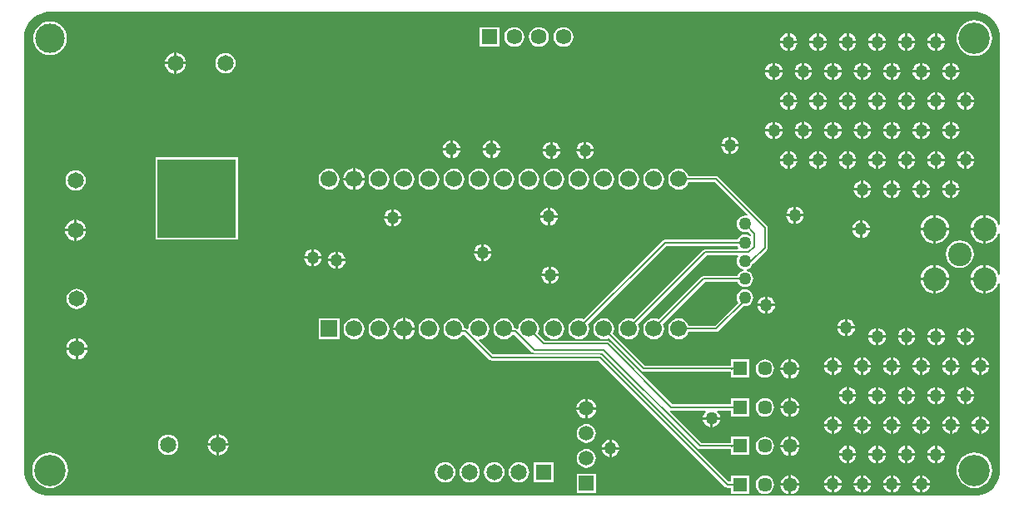
<source format=gbl>
G04*
G04 #@! TF.GenerationSoftware,Altium Limited,Altium Designer,19.1.9 (167)*
G04*
G04 Layer_Physical_Order=2*
G04 Layer_Color=16711680*
%FSLAX25Y25*%
%MOIN*%
G70*
G01*
G75*
%ADD66C,0.00800*%
%ADD67C,0.05701*%
%ADD68R,0.05701X0.05701*%
%ADD69C,0.05906*%
%ADD70R,0.05906X0.05906*%
%ADD71C,0.31496*%
%ADD72R,0.31496X0.31496*%
%ADD73C,0.09449*%
%ADD74R,0.06693X0.06693*%
%ADD75C,0.06693*%
%ADD76R,0.06496X0.06496*%
%ADD77C,0.06496*%
%ADD78C,0.06260*%
%ADD79R,0.06260X0.06260*%
%ADD80C,0.05000*%
%ADD81C,0.12598*%
%ADD82C,0.11811*%
G36*
X384917Y195116D02*
X386737Y194362D01*
X388375Y193268D01*
X389768Y191875D01*
X390862Y190237D01*
X391616Y188417D01*
X392000Y186485D01*
Y185500D01*
Y110201D01*
X391500Y110102D01*
X390999Y111312D01*
X390081Y112508D01*
X388885Y113426D01*
X387493Y114002D01*
X386498Y114133D01*
Y108425D01*
Y102717D01*
X387493Y102848D01*
X388885Y103425D01*
X390081Y104342D01*
X390999Y105538D01*
X391500Y106749D01*
X392000Y106649D01*
Y90201D01*
X391500Y90102D01*
X390999Y91312D01*
X390081Y92508D01*
X388885Y93426D01*
X387493Y94002D01*
X386498Y94133D01*
Y88425D01*
Y82717D01*
X387493Y82848D01*
X388885Y83425D01*
X390081Y84342D01*
X390999Y85538D01*
X391500Y86749D01*
X392000Y86649D01*
Y11500D01*
Y10515D01*
X391616Y8583D01*
X390862Y6763D01*
X389768Y5125D01*
X388375Y3732D01*
X386737Y2638D01*
X384917Y1884D01*
X382985Y1500D01*
X10515D01*
X8583Y1884D01*
X6763Y2638D01*
X5125Y3732D01*
X3732Y5125D01*
X2638Y6763D01*
X1884Y8583D01*
X1500Y10515D01*
Y11500D01*
Y185500D01*
Y186485D01*
X1884Y188417D01*
X2638Y190237D01*
X3732Y191875D01*
X5125Y193268D01*
X6763Y194362D01*
X8583Y195116D01*
X10515Y195500D01*
X382985D01*
X384917Y195116D01*
D02*
G37*
%LPC*%
G36*
X367035Y186929D02*
Y183965D01*
X370000D01*
X369945Y184378D01*
X369592Y185230D01*
X369032Y185961D01*
X368300Y186522D01*
X367449Y186874D01*
X367035Y186929D01*
D02*
G37*
G36*
X366035D02*
X365622Y186874D01*
X364770Y186522D01*
X364039Y185961D01*
X363478Y185230D01*
X363125Y184378D01*
X363071Y183965D01*
X366035D01*
Y186929D01*
D02*
G37*
G36*
X355224D02*
Y183965D01*
X358189D01*
X358134Y184378D01*
X357782Y185230D01*
X357221Y185961D01*
X356489Y186522D01*
X355638Y186874D01*
X355224Y186929D01*
D02*
G37*
G36*
X354224D02*
X353811Y186874D01*
X352959Y186522D01*
X352228Y185961D01*
X351667Y185230D01*
X351314Y184378D01*
X351260Y183965D01*
X354224D01*
Y186929D01*
D02*
G37*
G36*
X343413D02*
Y183965D01*
X346378D01*
X346323Y184378D01*
X345971Y185230D01*
X345409Y185961D01*
X344678Y186522D01*
X343827Y186874D01*
X343413Y186929D01*
D02*
G37*
G36*
X342413D02*
X342000Y186874D01*
X341148Y186522D01*
X340417Y185961D01*
X339856Y185230D01*
X339503Y184378D01*
X339449Y183965D01*
X342413D01*
Y186929D01*
D02*
G37*
G36*
X331602D02*
Y183965D01*
X334567D01*
X334512Y184378D01*
X334159Y185230D01*
X333598Y185961D01*
X332867Y186522D01*
X332016Y186874D01*
X331602Y186929D01*
D02*
G37*
G36*
X330602D02*
X330188Y186874D01*
X329337Y186522D01*
X328606Y185961D01*
X328045Y185230D01*
X327692Y184378D01*
X327638Y183965D01*
X330602D01*
Y186929D01*
D02*
G37*
G36*
X319791D02*
Y183965D01*
X322756D01*
X322701Y184378D01*
X322348Y185230D01*
X321787Y185961D01*
X321056Y186522D01*
X320205Y186874D01*
X319791Y186929D01*
D02*
G37*
G36*
X318791D02*
X318377Y186874D01*
X317526Y186522D01*
X316795Y185961D01*
X316234Y185230D01*
X315881Y184378D01*
X315827Y183965D01*
X318791D01*
Y186929D01*
D02*
G37*
G36*
X307980D02*
Y183965D01*
X310945D01*
X310890Y184378D01*
X310537Y185230D01*
X309976Y185961D01*
X309245Y186522D01*
X308394Y186874D01*
X307980Y186929D01*
D02*
G37*
G36*
X306980D02*
X306567Y186874D01*
X305715Y186522D01*
X304984Y185961D01*
X304423Y185230D01*
X304070Y184378D01*
X304016Y183965D01*
X306980D01*
Y186929D01*
D02*
G37*
G36*
X191745Y189430D02*
X183885D01*
Y181570D01*
X191745D01*
Y189430D01*
D02*
G37*
G36*
X217342Y189464D02*
X216317Y189329D01*
X215361Y188933D01*
X214540Y188303D01*
X213910Y187482D01*
X213514Y186526D01*
X213379Y185500D01*
X213514Y184474D01*
X213910Y183518D01*
X214540Y182697D01*
X215361Y182067D01*
X216317Y181671D01*
X217342Y181536D01*
X218368Y181671D01*
X219324Y182067D01*
X220145Y182697D01*
X220775Y183518D01*
X221171Y184474D01*
X221306Y185500D01*
X221171Y186526D01*
X220775Y187482D01*
X220145Y188303D01*
X219324Y188933D01*
X218368Y189329D01*
X217342Y189464D01*
D02*
G37*
G36*
X207500D02*
X206474Y189329D01*
X205518Y188933D01*
X204697Y188303D01*
X204067Y187482D01*
X203671Y186526D01*
X203536Y185500D01*
X203671Y184474D01*
X204067Y183518D01*
X204697Y182697D01*
X205518Y182067D01*
X206474Y181671D01*
X207500Y181536D01*
X208526Y181671D01*
X209482Y182067D01*
X210303Y182697D01*
X210933Y183518D01*
X211329Y184474D01*
X211464Y185500D01*
X211329Y186526D01*
X210933Y187482D01*
X210303Y188303D01*
X209482Y188933D01*
X208526Y189329D01*
X207500Y189464D01*
D02*
G37*
G36*
X197658D02*
X196632Y189329D01*
X195676Y188933D01*
X194855Y188303D01*
X194225Y187482D01*
X193829Y186526D01*
X193694Y185500D01*
X193829Y184474D01*
X194225Y183518D01*
X194855Y182697D01*
X195676Y182067D01*
X196632Y181671D01*
X197658Y181536D01*
X198683Y181671D01*
X199639Y182067D01*
X200460Y182697D01*
X201090Y183518D01*
X201486Y184474D01*
X201621Y185500D01*
X201486Y186526D01*
X201090Y187482D01*
X200460Y188303D01*
X199639Y188933D01*
X198683Y189329D01*
X197658Y189464D01*
D02*
G37*
G36*
X370000Y182965D02*
X367035D01*
Y180000D01*
X367449Y180055D01*
X368300Y180407D01*
X369032Y180968D01*
X369592Y181699D01*
X369945Y182551D01*
X370000Y182965D01*
D02*
G37*
G36*
X366035D02*
X363071D01*
X363125Y182551D01*
X363478Y181699D01*
X364039Y180968D01*
X364770Y180407D01*
X365622Y180055D01*
X366035Y180000D01*
Y182965D01*
D02*
G37*
G36*
X358189D02*
X355224D01*
Y180000D01*
X355638Y180055D01*
X356489Y180407D01*
X357221Y180968D01*
X357782Y181699D01*
X358134Y182551D01*
X358189Y182965D01*
D02*
G37*
G36*
X354224D02*
X351260D01*
X351314Y182551D01*
X351667Y181699D01*
X352228Y180968D01*
X352959Y180407D01*
X353811Y180055D01*
X354224Y180000D01*
Y182965D01*
D02*
G37*
G36*
X346378D02*
X343413D01*
Y180000D01*
X343827Y180055D01*
X344678Y180407D01*
X345409Y180968D01*
X345971Y181699D01*
X346323Y182551D01*
X346378Y182965D01*
D02*
G37*
G36*
X342413D02*
X339449D01*
X339503Y182551D01*
X339856Y181699D01*
X340417Y180968D01*
X341148Y180407D01*
X342000Y180055D01*
X342413Y180000D01*
Y182965D01*
D02*
G37*
G36*
X334567D02*
X331602D01*
Y180000D01*
X332016Y180055D01*
X332867Y180407D01*
X333598Y180968D01*
X334159Y181699D01*
X334512Y182551D01*
X334567Y182965D01*
D02*
G37*
G36*
X330602D02*
X327638D01*
X327692Y182551D01*
X328045Y181699D01*
X328606Y180968D01*
X329337Y180407D01*
X330188Y180055D01*
X330602Y180000D01*
Y182965D01*
D02*
G37*
G36*
X322756D02*
X319791D01*
Y180000D01*
X320205Y180055D01*
X321056Y180407D01*
X321787Y180968D01*
X322348Y181699D01*
X322701Y182551D01*
X322756Y182965D01*
D02*
G37*
G36*
X318791D02*
X315827D01*
X315881Y182551D01*
X316234Y181699D01*
X316795Y180968D01*
X317526Y180407D01*
X318377Y180055D01*
X318791Y180000D01*
Y182965D01*
D02*
G37*
G36*
X310945D02*
X307980D01*
Y180000D01*
X308394Y180055D01*
X309245Y180407D01*
X309976Y180968D01*
X310537Y181699D01*
X310890Y182551D01*
X310945Y182965D01*
D02*
G37*
G36*
X306980D02*
X304016D01*
X304070Y182551D01*
X304423Y181699D01*
X304984Y180968D01*
X305715Y180407D01*
X306567Y180055D01*
X306980Y180000D01*
Y182965D01*
D02*
G37*
G36*
X11811Y191777D02*
X10497Y191648D01*
X9233Y191264D01*
X8068Y190642D01*
X7047Y189804D01*
X6209Y188783D01*
X5586Y187618D01*
X5203Y186354D01*
X5073Y185039D01*
X5203Y183725D01*
X5586Y182461D01*
X6209Y181296D01*
X7047Y180275D01*
X8068Y179437D01*
X9233Y178814D01*
X10497Y178431D01*
X11811Y178301D01*
X13126Y178431D01*
X14390Y178814D01*
X15554Y179437D01*
X16576Y180275D01*
X17413Y181296D01*
X18036Y182461D01*
X18419Y183725D01*
X18549Y185039D01*
X18419Y186354D01*
X18036Y187618D01*
X17413Y188783D01*
X16576Y189804D01*
X15554Y190642D01*
X14390Y191264D01*
X13126Y191648D01*
X11811Y191777D01*
D02*
G37*
G36*
X381890Y192173D02*
X380498Y192036D01*
X379160Y191630D01*
X377927Y190971D01*
X376846Y190084D01*
X375958Y189003D01*
X375299Y187769D01*
X374893Y186431D01*
X374756Y185039D01*
X374893Y183648D01*
X375299Y182309D01*
X375958Y181076D01*
X376846Y179995D01*
X377927Y179108D01*
X379160Y178449D01*
X380498Y178043D01*
X381890Y177906D01*
X383281Y178043D01*
X384620Y178449D01*
X385853Y179108D01*
X386934Y179995D01*
X387821Y181076D01*
X388480Y182309D01*
X388886Y183648D01*
X389023Y185039D01*
X388886Y186431D01*
X388480Y187769D01*
X387821Y189003D01*
X386934Y190084D01*
X385853Y190971D01*
X384620Y191630D01*
X383281Y192036D01*
X381890Y192173D01*
D02*
G37*
G36*
X62500Y179219D02*
Y175500D01*
X66219D01*
X66139Y176109D01*
X65711Y177142D01*
X65030Y178030D01*
X64142Y178711D01*
X63109Y179139D01*
X62500Y179219D01*
D02*
G37*
G36*
X61500D02*
X60891Y179139D01*
X59858Y178711D01*
X58970Y178030D01*
X58289Y177142D01*
X57861Y176109D01*
X57781Y175500D01*
X61500D01*
Y179219D01*
D02*
G37*
G36*
X372941Y175118D02*
Y172153D01*
X375905D01*
X375851Y172567D01*
X375498Y173419D01*
X374937Y174150D01*
X374206Y174711D01*
X373355Y175063D01*
X372941Y175118D01*
D02*
G37*
G36*
X371941D02*
X371527Y175063D01*
X370676Y174711D01*
X369945Y174150D01*
X369384Y173419D01*
X369031Y172567D01*
X368976Y172153D01*
X371941D01*
Y175118D01*
D02*
G37*
G36*
X361130D02*
Y172153D01*
X364094D01*
X364040Y172567D01*
X363687Y173419D01*
X363126Y174150D01*
X362395Y174711D01*
X361543Y175063D01*
X361130Y175118D01*
D02*
G37*
G36*
X360130D02*
X359716Y175063D01*
X358865Y174711D01*
X358134Y174150D01*
X357573Y173419D01*
X357220Y172567D01*
X357165Y172153D01*
X360130D01*
Y175118D01*
D02*
G37*
G36*
X349319D02*
Y172153D01*
X352283D01*
X352229Y172567D01*
X351876Y173419D01*
X351315Y174150D01*
X350584Y174711D01*
X349732Y175063D01*
X349319Y175118D01*
D02*
G37*
G36*
X348319D02*
X347905Y175063D01*
X347054Y174711D01*
X346322Y174150D01*
X345761Y173419D01*
X345409Y172567D01*
X345354Y172153D01*
X348319D01*
Y175118D01*
D02*
G37*
G36*
X337508D02*
Y172153D01*
X340472D01*
X340418Y172567D01*
X340065Y173419D01*
X339504Y174150D01*
X338773Y174711D01*
X337921Y175063D01*
X337508Y175118D01*
D02*
G37*
G36*
X336508D02*
X336094Y175063D01*
X335243Y174711D01*
X334511Y174150D01*
X333950Y173419D01*
X333598Y172567D01*
X333543Y172153D01*
X336508D01*
Y175118D01*
D02*
G37*
G36*
X325697D02*
Y172153D01*
X328661D01*
X328607Y172567D01*
X328254Y173419D01*
X327693Y174150D01*
X326962Y174711D01*
X326110Y175063D01*
X325697Y175118D01*
D02*
G37*
G36*
X324697D02*
X324283Y175063D01*
X323432Y174711D01*
X322701Y174150D01*
X322140Y173419D01*
X321787Y172567D01*
X321732Y172153D01*
X324697D01*
Y175118D01*
D02*
G37*
G36*
X313886D02*
Y172153D01*
X316850D01*
X316796Y172567D01*
X316443Y173419D01*
X315882Y174150D01*
X315151Y174711D01*
X314299Y175063D01*
X313886Y175118D01*
D02*
G37*
G36*
X312886D02*
X312472Y175063D01*
X311621Y174711D01*
X310890Y174150D01*
X310329Y173419D01*
X309976Y172567D01*
X309921Y172153D01*
X312886D01*
Y175118D01*
D02*
G37*
G36*
X302075D02*
Y172153D01*
X305039D01*
X304985Y172567D01*
X304632Y173419D01*
X304071Y174150D01*
X303340Y174711D01*
X302488Y175063D01*
X302075Y175118D01*
D02*
G37*
G36*
X301075D02*
X300661Y175063D01*
X299810Y174711D01*
X299078Y174150D01*
X298517Y173419D01*
X298165Y172567D01*
X298110Y172153D01*
X301075D01*
Y175118D01*
D02*
G37*
G36*
X82000Y179083D02*
X80943Y178944D01*
X79958Y178536D01*
X79113Y177887D01*
X78464Y177041D01*
X78056Y176057D01*
X77917Y175000D01*
X78056Y173943D01*
X78464Y172959D01*
X79113Y172113D01*
X79958Y171464D01*
X80943Y171056D01*
X82000Y170917D01*
X83057Y171056D01*
X84042Y171464D01*
X84887Y172113D01*
X85536Y172959D01*
X85944Y173943D01*
X86083Y175000D01*
X85944Y176057D01*
X85536Y177041D01*
X84887Y177887D01*
X84042Y178536D01*
X83057Y178944D01*
X82000Y179083D01*
D02*
G37*
G36*
X66219Y174500D02*
X62500D01*
Y170781D01*
X63109Y170861D01*
X64142Y171289D01*
X65030Y171970D01*
X65711Y172858D01*
X66139Y173891D01*
X66219Y174500D01*
D02*
G37*
G36*
X61500D02*
X57781D01*
X57861Y173891D01*
X58289Y172858D01*
X58970Y171970D01*
X59858Y171289D01*
X60891Y170861D01*
X61500Y170781D01*
Y174500D01*
D02*
G37*
G36*
X375905Y171153D02*
X372941D01*
Y168189D01*
X373355Y168244D01*
X374206Y168596D01*
X374937Y169157D01*
X375498Y169888D01*
X375851Y170740D01*
X375905Y171153D01*
D02*
G37*
G36*
X371941D02*
X368976D01*
X369031Y170740D01*
X369384Y169888D01*
X369945Y169157D01*
X370676Y168596D01*
X371527Y168244D01*
X371941Y168189D01*
Y171153D01*
D02*
G37*
G36*
X364094D02*
X361130D01*
Y168189D01*
X361543Y168244D01*
X362395Y168596D01*
X363126Y169157D01*
X363687Y169888D01*
X364040Y170740D01*
X364094Y171153D01*
D02*
G37*
G36*
X360130D02*
X357165D01*
X357220Y170740D01*
X357573Y169888D01*
X358134Y169157D01*
X358865Y168596D01*
X359716Y168244D01*
X360130Y168189D01*
Y171153D01*
D02*
G37*
G36*
X352283D02*
X349319D01*
Y168189D01*
X349732Y168244D01*
X350584Y168596D01*
X351315Y169157D01*
X351876Y169888D01*
X352229Y170740D01*
X352283Y171153D01*
D02*
G37*
G36*
X348319D02*
X345354D01*
X345409Y170740D01*
X345761Y169888D01*
X346322Y169157D01*
X347054Y168596D01*
X347905Y168244D01*
X348319Y168189D01*
Y171153D01*
D02*
G37*
G36*
X340472D02*
X337508D01*
Y168189D01*
X337921Y168244D01*
X338773Y168596D01*
X339504Y169157D01*
X340065Y169888D01*
X340418Y170740D01*
X340472Y171153D01*
D02*
G37*
G36*
X336508D02*
X333543D01*
X333598Y170740D01*
X333950Y169888D01*
X334511Y169157D01*
X335243Y168596D01*
X336094Y168244D01*
X336508Y168189D01*
Y171153D01*
D02*
G37*
G36*
X328661D02*
X325697D01*
Y168189D01*
X326110Y168244D01*
X326962Y168596D01*
X327693Y169157D01*
X328254Y169888D01*
X328607Y170740D01*
X328661Y171153D01*
D02*
G37*
G36*
X324697D02*
X321732D01*
X321787Y170740D01*
X322140Y169888D01*
X322701Y169157D01*
X323432Y168596D01*
X324283Y168244D01*
X324697Y168189D01*
Y171153D01*
D02*
G37*
G36*
X316850D02*
X313886D01*
Y168189D01*
X314299Y168244D01*
X315151Y168596D01*
X315882Y169157D01*
X316443Y169888D01*
X316796Y170740D01*
X316850Y171153D01*
D02*
G37*
G36*
X312886D02*
X309921D01*
X309976Y170740D01*
X310329Y169888D01*
X310890Y169157D01*
X311621Y168596D01*
X312472Y168244D01*
X312886Y168189D01*
Y171153D01*
D02*
G37*
G36*
X305039D02*
X302075D01*
Y168189D01*
X302488Y168244D01*
X303340Y168596D01*
X304071Y169157D01*
X304632Y169888D01*
X304985Y170740D01*
X305039Y171153D01*
D02*
G37*
G36*
X301075D02*
X298110D01*
X298165Y170740D01*
X298517Y169888D01*
X299078Y169157D01*
X299810Y168596D01*
X300661Y168244D01*
X301075Y168189D01*
Y171153D01*
D02*
G37*
G36*
X378846Y163307D02*
Y160342D01*
X381811D01*
X381756Y160756D01*
X381403Y161608D01*
X380842Y162339D01*
X380111Y162900D01*
X379260Y163252D01*
X378846Y163307D01*
D02*
G37*
G36*
X377846D02*
X377433Y163252D01*
X376581Y162900D01*
X375850Y162339D01*
X375289Y161608D01*
X374936Y160756D01*
X374882Y160342D01*
X377846D01*
Y163307D01*
D02*
G37*
G36*
X367035D02*
Y160342D01*
X370000D01*
X369945Y160756D01*
X369592Y161608D01*
X369032Y162339D01*
X368300Y162900D01*
X367449Y163252D01*
X367035Y163307D01*
D02*
G37*
G36*
X366035D02*
X365622Y163252D01*
X364770Y162900D01*
X364039Y162339D01*
X363478Y161608D01*
X363125Y160756D01*
X363071Y160342D01*
X366035D01*
Y163307D01*
D02*
G37*
G36*
X355224D02*
Y160342D01*
X358189D01*
X358134Y160756D01*
X357782Y161608D01*
X357221Y162339D01*
X356489Y162900D01*
X355638Y163252D01*
X355224Y163307D01*
D02*
G37*
G36*
X354224D02*
X353811Y163252D01*
X352959Y162900D01*
X352228Y162339D01*
X351667Y161608D01*
X351314Y160756D01*
X351260Y160342D01*
X354224D01*
Y163307D01*
D02*
G37*
G36*
X343413D02*
Y160342D01*
X346378D01*
X346323Y160756D01*
X345971Y161608D01*
X345409Y162339D01*
X344678Y162900D01*
X343827Y163252D01*
X343413Y163307D01*
D02*
G37*
G36*
X342413D02*
X342000Y163252D01*
X341148Y162900D01*
X340417Y162339D01*
X339856Y161608D01*
X339503Y160756D01*
X339449Y160342D01*
X342413D01*
Y163307D01*
D02*
G37*
G36*
X331602D02*
Y160342D01*
X334567D01*
X334512Y160756D01*
X334159Y161608D01*
X333598Y162339D01*
X332867Y162900D01*
X332016Y163252D01*
X331602Y163307D01*
D02*
G37*
G36*
X330602D02*
X330188Y163252D01*
X329337Y162900D01*
X328606Y162339D01*
X328045Y161608D01*
X327692Y160756D01*
X327638Y160342D01*
X330602D01*
Y163307D01*
D02*
G37*
G36*
X319791D02*
Y160342D01*
X322756D01*
X322701Y160756D01*
X322348Y161608D01*
X321787Y162339D01*
X321056Y162900D01*
X320205Y163252D01*
X319791Y163307D01*
D02*
G37*
G36*
X318791D02*
X318377Y163252D01*
X317526Y162900D01*
X316795Y162339D01*
X316234Y161608D01*
X315881Y160756D01*
X315827Y160342D01*
X318791D01*
Y163307D01*
D02*
G37*
G36*
X307980D02*
Y160342D01*
X310945D01*
X310890Y160756D01*
X310537Y161608D01*
X309976Y162339D01*
X309245Y162900D01*
X308394Y163252D01*
X307980Y163307D01*
D02*
G37*
G36*
X306980D02*
X306567Y163252D01*
X305715Y162900D01*
X304984Y162339D01*
X304423Y161608D01*
X304070Y160756D01*
X304016Y160342D01*
X306980D01*
Y163307D01*
D02*
G37*
G36*
X381811Y159342D02*
X378846D01*
Y156378D01*
X379260Y156432D01*
X380111Y156785D01*
X380842Y157346D01*
X381403Y158077D01*
X381756Y158929D01*
X381811Y159342D01*
D02*
G37*
G36*
X377846D02*
X374882D01*
X374936Y158929D01*
X375289Y158077D01*
X375850Y157346D01*
X376581Y156785D01*
X377433Y156432D01*
X377846Y156378D01*
Y159342D01*
D02*
G37*
G36*
X370000D02*
X367035D01*
Y156378D01*
X367449Y156432D01*
X368300Y156785D01*
X369032Y157346D01*
X369592Y158077D01*
X369945Y158929D01*
X370000Y159342D01*
D02*
G37*
G36*
X366035D02*
X363071D01*
X363125Y158929D01*
X363478Y158077D01*
X364039Y157346D01*
X364770Y156785D01*
X365622Y156432D01*
X366035Y156378D01*
Y159342D01*
D02*
G37*
G36*
X358189D02*
X355224D01*
Y156378D01*
X355638Y156432D01*
X356489Y156785D01*
X357221Y157346D01*
X357782Y158077D01*
X358134Y158929D01*
X358189Y159342D01*
D02*
G37*
G36*
X354224D02*
X351260D01*
X351314Y158929D01*
X351667Y158077D01*
X352228Y157346D01*
X352959Y156785D01*
X353811Y156432D01*
X354224Y156378D01*
Y159342D01*
D02*
G37*
G36*
X346378D02*
X343413D01*
Y156378D01*
X343827Y156432D01*
X344678Y156785D01*
X345409Y157346D01*
X345971Y158077D01*
X346323Y158929D01*
X346378Y159342D01*
D02*
G37*
G36*
X342413D02*
X339449D01*
X339503Y158929D01*
X339856Y158077D01*
X340417Y157346D01*
X341148Y156785D01*
X342000Y156432D01*
X342413Y156378D01*
Y159342D01*
D02*
G37*
G36*
X334567D02*
X331602D01*
Y156378D01*
X332016Y156432D01*
X332867Y156785D01*
X333598Y157346D01*
X334159Y158077D01*
X334512Y158929D01*
X334567Y159342D01*
D02*
G37*
G36*
X330602D02*
X327638D01*
X327692Y158929D01*
X328045Y158077D01*
X328606Y157346D01*
X329337Y156785D01*
X330188Y156432D01*
X330602Y156378D01*
Y159342D01*
D02*
G37*
G36*
X322756D02*
X319791D01*
Y156378D01*
X320205Y156432D01*
X321056Y156785D01*
X321787Y157346D01*
X322348Y158077D01*
X322701Y158929D01*
X322756Y159342D01*
D02*
G37*
G36*
X318791D02*
X315827D01*
X315881Y158929D01*
X316234Y158077D01*
X316795Y157346D01*
X317526Y156785D01*
X318377Y156432D01*
X318791Y156378D01*
Y159342D01*
D02*
G37*
G36*
X310945D02*
X307980D01*
Y156378D01*
X308394Y156432D01*
X309245Y156785D01*
X309976Y157346D01*
X310537Y158077D01*
X310890Y158929D01*
X310945Y159342D01*
D02*
G37*
G36*
X306980D02*
X304016D01*
X304070Y158929D01*
X304423Y158077D01*
X304984Y157346D01*
X305715Y156785D01*
X306567Y156432D01*
X306980Y156378D01*
Y159342D01*
D02*
G37*
G36*
X372941Y151496D02*
Y148531D01*
X375905D01*
X375851Y148945D01*
X375498Y149796D01*
X374937Y150528D01*
X374206Y151089D01*
X373355Y151441D01*
X372941Y151496D01*
D02*
G37*
G36*
X371941D02*
X371527Y151441D01*
X370676Y151089D01*
X369945Y150528D01*
X369384Y149796D01*
X369031Y148945D01*
X368976Y148531D01*
X371941D01*
Y151496D01*
D02*
G37*
G36*
X361130D02*
Y148531D01*
X364094D01*
X364040Y148945D01*
X363687Y149796D01*
X363126Y150528D01*
X362395Y151089D01*
X361543Y151441D01*
X361130Y151496D01*
D02*
G37*
G36*
X360130D02*
X359716Y151441D01*
X358865Y151089D01*
X358134Y150528D01*
X357573Y149796D01*
X357220Y148945D01*
X357165Y148531D01*
X360130D01*
Y151496D01*
D02*
G37*
G36*
X349319D02*
Y148531D01*
X352283D01*
X352229Y148945D01*
X351876Y149796D01*
X351315Y150528D01*
X350584Y151089D01*
X349732Y151441D01*
X349319Y151496D01*
D02*
G37*
G36*
X348319D02*
X347905Y151441D01*
X347054Y151089D01*
X346322Y150528D01*
X345761Y149796D01*
X345409Y148945D01*
X345354Y148531D01*
X348319D01*
Y151496D01*
D02*
G37*
G36*
X337508D02*
Y148531D01*
X340472D01*
X340418Y148945D01*
X340065Y149796D01*
X339504Y150528D01*
X338773Y151089D01*
X337921Y151441D01*
X337508Y151496D01*
D02*
G37*
G36*
X336508D02*
X336094Y151441D01*
X335243Y151089D01*
X334511Y150528D01*
X333950Y149796D01*
X333598Y148945D01*
X333543Y148531D01*
X336508D01*
Y151496D01*
D02*
G37*
G36*
X325697D02*
Y148531D01*
X328661D01*
X328607Y148945D01*
X328254Y149796D01*
X327693Y150528D01*
X326962Y151089D01*
X326110Y151441D01*
X325697Y151496D01*
D02*
G37*
G36*
X324697D02*
X324283Y151441D01*
X323432Y151089D01*
X322701Y150528D01*
X322140Y149796D01*
X321787Y148945D01*
X321732Y148531D01*
X324697D01*
Y151496D01*
D02*
G37*
G36*
X313886D02*
Y148531D01*
X316850D01*
X316796Y148945D01*
X316443Y149796D01*
X315882Y150528D01*
X315151Y151089D01*
X314299Y151441D01*
X313886Y151496D01*
D02*
G37*
G36*
X312886D02*
X312472Y151441D01*
X311621Y151089D01*
X310890Y150528D01*
X310329Y149796D01*
X309976Y148945D01*
X309921Y148531D01*
X312886D01*
Y151496D01*
D02*
G37*
G36*
X302075D02*
Y148531D01*
X305039D01*
X304985Y148945D01*
X304632Y149796D01*
X304071Y150528D01*
X303340Y151089D01*
X302488Y151441D01*
X302075Y151496D01*
D02*
G37*
G36*
X301075D02*
X300661Y151441D01*
X299810Y151089D01*
X299078Y150528D01*
X298517Y149796D01*
X298165Y148945D01*
X298110Y148531D01*
X301075D01*
Y151496D01*
D02*
G37*
G36*
X375905Y147531D02*
X372941D01*
Y144567D01*
X373355Y144622D01*
X374206Y144974D01*
X374937Y145535D01*
X375498Y146266D01*
X375851Y147118D01*
X375905Y147531D01*
D02*
G37*
G36*
X371941D02*
X368976D01*
X369031Y147118D01*
X369384Y146266D01*
X369945Y145535D01*
X370676Y144974D01*
X371527Y144622D01*
X371941Y144567D01*
Y147531D01*
D02*
G37*
G36*
X364094D02*
X361130D01*
Y144567D01*
X361543Y144622D01*
X362395Y144974D01*
X363126Y145535D01*
X363687Y146266D01*
X364040Y147118D01*
X364094Y147531D01*
D02*
G37*
G36*
X360130D02*
X357165D01*
X357220Y147118D01*
X357573Y146266D01*
X358134Y145535D01*
X358865Y144974D01*
X359716Y144622D01*
X360130Y144567D01*
Y147531D01*
D02*
G37*
G36*
X352283D02*
X349319D01*
Y144567D01*
X349732Y144622D01*
X350584Y144974D01*
X351315Y145535D01*
X351876Y146266D01*
X352229Y147118D01*
X352283Y147531D01*
D02*
G37*
G36*
X348319D02*
X345354D01*
X345409Y147118D01*
X345761Y146266D01*
X346322Y145535D01*
X347054Y144974D01*
X347905Y144622D01*
X348319Y144567D01*
Y147531D01*
D02*
G37*
G36*
X340472D02*
X337508D01*
Y144567D01*
X337921Y144622D01*
X338773Y144974D01*
X339504Y145535D01*
X340065Y146266D01*
X340418Y147118D01*
X340472Y147531D01*
D02*
G37*
G36*
X336508D02*
X333543D01*
X333598Y147118D01*
X333950Y146266D01*
X334511Y145535D01*
X335243Y144974D01*
X336094Y144622D01*
X336508Y144567D01*
Y147531D01*
D02*
G37*
G36*
X328661D02*
X325697D01*
Y144567D01*
X326110Y144622D01*
X326962Y144974D01*
X327693Y145535D01*
X328254Y146266D01*
X328607Y147118D01*
X328661Y147531D01*
D02*
G37*
G36*
X324697D02*
X321732D01*
X321787Y147118D01*
X322140Y146266D01*
X322701Y145535D01*
X323432Y144974D01*
X324283Y144622D01*
X324697Y144567D01*
Y147531D01*
D02*
G37*
G36*
X316850D02*
X313886D01*
Y144567D01*
X314299Y144622D01*
X315151Y144974D01*
X315882Y145535D01*
X316443Y146266D01*
X316796Y147118D01*
X316850Y147531D01*
D02*
G37*
G36*
X312886D02*
X309921D01*
X309976Y147118D01*
X310329Y146266D01*
X310890Y145535D01*
X311621Y144974D01*
X312472Y144622D01*
X312886Y144567D01*
Y147531D01*
D02*
G37*
G36*
X305039D02*
X302075D01*
Y144567D01*
X302488Y144622D01*
X303340Y144974D01*
X304071Y145535D01*
X304632Y146266D01*
X304985Y147118D01*
X305039Y147531D01*
D02*
G37*
G36*
X301075D02*
X298110D01*
X298165Y147118D01*
X298517Y146266D01*
X299078Y145535D01*
X299810Y144974D01*
X300661Y144622D01*
X301075Y144567D01*
Y147531D01*
D02*
G37*
G36*
X284500Y145464D02*
Y142500D01*
X287464D01*
X287410Y142914D01*
X287057Y143765D01*
X286496Y144496D01*
X285765Y145057D01*
X284914Y145410D01*
X284500Y145464D01*
D02*
G37*
G36*
X283500D02*
X283086Y145410D01*
X282235Y145057D01*
X281504Y144496D01*
X280943Y143765D01*
X280590Y142914D01*
X280536Y142500D01*
X283500D01*
Y145464D01*
D02*
G37*
G36*
X189000Y143964D02*
Y141000D01*
X191964D01*
X191910Y141414D01*
X191557Y142265D01*
X190996Y142996D01*
X190265Y143557D01*
X189414Y143910D01*
X189000Y143964D01*
D02*
G37*
G36*
X188000D02*
X187586Y143910D01*
X186735Y143557D01*
X186004Y142996D01*
X185443Y142265D01*
X185090Y141414D01*
X185036Y141000D01*
X188000D01*
Y143964D01*
D02*
G37*
G36*
X173000D02*
Y141000D01*
X175964D01*
X175910Y141414D01*
X175557Y142265D01*
X174996Y142996D01*
X174265Y143557D01*
X173414Y143910D01*
X173000Y143964D01*
D02*
G37*
G36*
X172000D02*
X171586Y143910D01*
X170735Y143557D01*
X170004Y142996D01*
X169443Y142265D01*
X169090Y141414D01*
X169036Y141000D01*
X172000D01*
Y143964D01*
D02*
G37*
G36*
X226500Y143464D02*
Y140500D01*
X229464D01*
X229410Y140914D01*
X229057Y141765D01*
X228496Y142496D01*
X227765Y143057D01*
X226914Y143410D01*
X226500Y143464D01*
D02*
G37*
G36*
X225500D02*
X225086Y143410D01*
X224235Y143057D01*
X223504Y142496D01*
X222943Y141765D01*
X222590Y140914D01*
X222536Y140500D01*
X225500D01*
Y143464D01*
D02*
G37*
G36*
X213000D02*
Y140500D01*
X215964D01*
X215910Y140914D01*
X215557Y141765D01*
X214996Y142496D01*
X214265Y143057D01*
X213414Y143410D01*
X213000Y143464D01*
D02*
G37*
G36*
X212000D02*
X211586Y143410D01*
X210735Y143057D01*
X210004Y142496D01*
X209443Y141765D01*
X209090Y140914D01*
X209036Y140500D01*
X212000D01*
Y143464D01*
D02*
G37*
G36*
X287464Y141500D02*
X284500D01*
Y138536D01*
X284914Y138590D01*
X285765Y138943D01*
X286496Y139504D01*
X287057Y140235D01*
X287410Y141086D01*
X287464Y141500D01*
D02*
G37*
G36*
X283500D02*
X280536D01*
X280590Y141086D01*
X280943Y140235D01*
X281504Y139504D01*
X282235Y138943D01*
X283086Y138590D01*
X283500Y138536D01*
Y141500D01*
D02*
G37*
G36*
X191964Y140000D02*
X189000D01*
Y137036D01*
X189414Y137090D01*
X190265Y137443D01*
X190996Y138004D01*
X191557Y138735D01*
X191910Y139586D01*
X191964Y140000D01*
D02*
G37*
G36*
X188000D02*
X185036D01*
X185090Y139586D01*
X185443Y138735D01*
X186004Y138004D01*
X186735Y137443D01*
X187586Y137090D01*
X188000Y137036D01*
Y140000D01*
D02*
G37*
G36*
X175964D02*
X173000D01*
Y137036D01*
X173414Y137090D01*
X174265Y137443D01*
X174996Y138004D01*
X175557Y138735D01*
X175910Y139586D01*
X175964Y140000D01*
D02*
G37*
G36*
X172000D02*
X169036D01*
X169090Y139586D01*
X169443Y138735D01*
X170004Y138004D01*
X170735Y137443D01*
X171586Y137090D01*
X172000Y137036D01*
Y140000D01*
D02*
G37*
G36*
X378846Y139685D02*
Y136720D01*
X381811D01*
X381756Y137134D01*
X381403Y137986D01*
X380842Y138717D01*
X380111Y139278D01*
X379260Y139630D01*
X378846Y139685D01*
D02*
G37*
G36*
X377846D02*
X377433Y139630D01*
X376581Y139278D01*
X375850Y138717D01*
X375289Y137986D01*
X374936Y137134D01*
X374882Y136720D01*
X377846D01*
Y139685D01*
D02*
G37*
G36*
X367035D02*
Y136720D01*
X370000D01*
X369945Y137134D01*
X369592Y137986D01*
X369032Y138717D01*
X368300Y139278D01*
X367449Y139630D01*
X367035Y139685D01*
D02*
G37*
G36*
X366035D02*
X365622Y139630D01*
X364770Y139278D01*
X364039Y138717D01*
X363478Y137986D01*
X363125Y137134D01*
X363071Y136720D01*
X366035D01*
Y139685D01*
D02*
G37*
G36*
X355224D02*
Y136720D01*
X358189D01*
X358134Y137134D01*
X357782Y137986D01*
X357221Y138717D01*
X356489Y139278D01*
X355638Y139630D01*
X355224Y139685D01*
D02*
G37*
G36*
X354224D02*
X353811Y139630D01*
X352959Y139278D01*
X352228Y138717D01*
X351667Y137986D01*
X351314Y137134D01*
X351260Y136720D01*
X354224D01*
Y139685D01*
D02*
G37*
G36*
X343413D02*
Y136720D01*
X346378D01*
X346323Y137134D01*
X345971Y137986D01*
X345409Y138717D01*
X344678Y139278D01*
X343827Y139630D01*
X343413Y139685D01*
D02*
G37*
G36*
X342413D02*
X342000Y139630D01*
X341148Y139278D01*
X340417Y138717D01*
X339856Y137986D01*
X339503Y137134D01*
X339449Y136720D01*
X342413D01*
Y139685D01*
D02*
G37*
G36*
X331602D02*
Y136720D01*
X334567D01*
X334512Y137134D01*
X334159Y137986D01*
X333598Y138717D01*
X332867Y139278D01*
X332016Y139630D01*
X331602Y139685D01*
D02*
G37*
G36*
X330602D02*
X330188Y139630D01*
X329337Y139278D01*
X328606Y138717D01*
X328045Y137986D01*
X327692Y137134D01*
X327638Y136720D01*
X330602D01*
Y139685D01*
D02*
G37*
G36*
X319791D02*
Y136720D01*
X322756D01*
X322701Y137134D01*
X322348Y137986D01*
X321787Y138717D01*
X321056Y139278D01*
X320205Y139630D01*
X319791Y139685D01*
D02*
G37*
G36*
X318791D02*
X318377Y139630D01*
X317526Y139278D01*
X316795Y138717D01*
X316234Y137986D01*
X315881Y137134D01*
X315827Y136720D01*
X318791D01*
Y139685D01*
D02*
G37*
G36*
X307980D02*
Y136720D01*
X310945D01*
X310890Y137134D01*
X310537Y137986D01*
X309976Y138717D01*
X309245Y139278D01*
X308394Y139630D01*
X307980Y139685D01*
D02*
G37*
G36*
X306980D02*
X306567Y139630D01*
X305715Y139278D01*
X304984Y138717D01*
X304423Y137986D01*
X304070Y137134D01*
X304016Y136720D01*
X306980D01*
Y139685D01*
D02*
G37*
G36*
X229464Y139500D02*
X226500D01*
Y136536D01*
X226914Y136590D01*
X227765Y136943D01*
X228496Y137504D01*
X229057Y138235D01*
X229410Y139086D01*
X229464Y139500D01*
D02*
G37*
G36*
X225500D02*
X222536D01*
X222590Y139086D01*
X222943Y138235D01*
X223504Y137504D01*
X224235Y136943D01*
X225086Y136590D01*
X225500Y136536D01*
Y139500D01*
D02*
G37*
G36*
X215964D02*
X213000D01*
Y136536D01*
X213414Y136590D01*
X214265Y136943D01*
X214996Y137504D01*
X215557Y138235D01*
X215910Y139086D01*
X215964Y139500D01*
D02*
G37*
G36*
X212000D02*
X209036D01*
X209090Y139086D01*
X209443Y138235D01*
X210004Y137504D01*
X210735Y136943D01*
X211586Y136590D01*
X212000Y136536D01*
Y139500D01*
D02*
G37*
G36*
X381811Y135720D02*
X378846D01*
Y132756D01*
X379260Y132810D01*
X380111Y133163D01*
X380842Y133724D01*
X381403Y134455D01*
X381756Y135307D01*
X381811Y135720D01*
D02*
G37*
G36*
X377846D02*
X374882D01*
X374936Y135307D01*
X375289Y134455D01*
X375850Y133724D01*
X376581Y133163D01*
X377433Y132810D01*
X377846Y132756D01*
Y135720D01*
D02*
G37*
G36*
X370000D02*
X367035D01*
Y132756D01*
X367449Y132810D01*
X368300Y133163D01*
X369032Y133724D01*
X369592Y134455D01*
X369945Y135307D01*
X370000Y135720D01*
D02*
G37*
G36*
X366035D02*
X363071D01*
X363125Y135307D01*
X363478Y134455D01*
X364039Y133724D01*
X364770Y133163D01*
X365622Y132810D01*
X366035Y132756D01*
Y135720D01*
D02*
G37*
G36*
X358189D02*
X355224D01*
Y132756D01*
X355638Y132810D01*
X356489Y133163D01*
X357221Y133724D01*
X357782Y134455D01*
X358134Y135307D01*
X358189Y135720D01*
D02*
G37*
G36*
X354224D02*
X351260D01*
X351314Y135307D01*
X351667Y134455D01*
X352228Y133724D01*
X352959Y133163D01*
X353811Y132810D01*
X354224Y132756D01*
Y135720D01*
D02*
G37*
G36*
X346378D02*
X343413D01*
Y132756D01*
X343827Y132810D01*
X344678Y133163D01*
X345409Y133724D01*
X345971Y134455D01*
X346323Y135307D01*
X346378Y135720D01*
D02*
G37*
G36*
X342413D02*
X339449D01*
X339503Y135307D01*
X339856Y134455D01*
X340417Y133724D01*
X341148Y133163D01*
X342000Y132810D01*
X342413Y132756D01*
Y135720D01*
D02*
G37*
G36*
X334567D02*
X331602D01*
Y132756D01*
X332016Y132810D01*
X332867Y133163D01*
X333598Y133724D01*
X334159Y134455D01*
X334512Y135307D01*
X334567Y135720D01*
D02*
G37*
G36*
X330602D02*
X327638D01*
X327692Y135307D01*
X328045Y134455D01*
X328606Y133724D01*
X329337Y133163D01*
X330188Y132810D01*
X330602Y132756D01*
Y135720D01*
D02*
G37*
G36*
X322756D02*
X319791D01*
Y132756D01*
X320205Y132810D01*
X321056Y133163D01*
X321787Y133724D01*
X322348Y134455D01*
X322701Y135307D01*
X322756Y135720D01*
D02*
G37*
G36*
X318791D02*
X315827D01*
X315881Y135307D01*
X316234Y134455D01*
X316795Y133724D01*
X317526Y133163D01*
X318377Y132810D01*
X318791Y132756D01*
Y135720D01*
D02*
G37*
G36*
X310945D02*
X307980D01*
Y132756D01*
X308394Y132810D01*
X309245Y133163D01*
X309976Y133724D01*
X310537Y134455D01*
X310890Y135307D01*
X310945Y135720D01*
D02*
G37*
G36*
X306980D02*
X304016D01*
X304070Y135307D01*
X304423Y134455D01*
X304984Y133724D01*
X305715Y133163D01*
X306567Y132810D01*
X306980Y132756D01*
Y135720D01*
D02*
G37*
G36*
X134000Y132818D02*
Y129000D01*
X137818D01*
X137735Y129635D01*
X137297Y130692D01*
X136600Y131600D01*
X135692Y132297D01*
X134635Y132735D01*
X134000Y132818D01*
D02*
G37*
G36*
X133000D02*
X132365Y132735D01*
X131308Y132297D01*
X130400Y131600D01*
X129703Y130692D01*
X129265Y129635D01*
X129182Y129000D01*
X133000D01*
Y132818D01*
D02*
G37*
G36*
X372941Y127874D02*
Y124909D01*
X375905D01*
X375851Y125323D01*
X375498Y126174D01*
X374937Y126906D01*
X374206Y127467D01*
X373355Y127819D01*
X372941Y127874D01*
D02*
G37*
G36*
X371941D02*
X371527Y127819D01*
X370676Y127467D01*
X369945Y126906D01*
X369384Y126174D01*
X369031Y125323D01*
X368976Y124909D01*
X371941D01*
Y127874D01*
D02*
G37*
G36*
X361130D02*
Y124909D01*
X364094D01*
X364040Y125323D01*
X363687Y126174D01*
X363126Y126906D01*
X362395Y127467D01*
X361543Y127819D01*
X361130Y127874D01*
D02*
G37*
G36*
X360130D02*
X359716Y127819D01*
X358865Y127467D01*
X358134Y126906D01*
X357573Y126174D01*
X357220Y125323D01*
X357165Y124909D01*
X360130D01*
Y127874D01*
D02*
G37*
G36*
X349319D02*
Y124909D01*
X352283D01*
X352229Y125323D01*
X351876Y126174D01*
X351315Y126906D01*
X350584Y127467D01*
X349732Y127819D01*
X349319Y127874D01*
D02*
G37*
G36*
X348319D02*
X347905Y127819D01*
X347054Y127467D01*
X346322Y126906D01*
X345761Y126174D01*
X345409Y125323D01*
X345354Y124909D01*
X348319D01*
Y127874D01*
D02*
G37*
G36*
X337508D02*
Y124909D01*
X340472D01*
X340418Y125323D01*
X340065Y126174D01*
X339504Y126906D01*
X338773Y127467D01*
X337921Y127819D01*
X337508Y127874D01*
D02*
G37*
G36*
X336508D02*
X336094Y127819D01*
X335243Y127467D01*
X334511Y126906D01*
X333950Y126174D01*
X333598Y125323D01*
X333543Y124909D01*
X336508D01*
Y127874D01*
D02*
G37*
G36*
X253500Y132682D02*
X252418Y132540D01*
X251409Y132122D01*
X250543Y131457D01*
X249878Y130591D01*
X249460Y129582D01*
X249318Y128500D01*
X249460Y127418D01*
X249878Y126409D01*
X250543Y125543D01*
X251409Y124878D01*
X252418Y124460D01*
X253500Y124318D01*
X254582Y124460D01*
X255591Y124878D01*
X256457Y125543D01*
X257122Y126409D01*
X257540Y127418D01*
X257682Y128500D01*
X257540Y129582D01*
X257122Y130591D01*
X256457Y131457D01*
X255591Y132122D01*
X254582Y132540D01*
X253500Y132682D01*
D02*
G37*
G36*
X243500D02*
X242418Y132540D01*
X241409Y132122D01*
X240543Y131457D01*
X239878Y130591D01*
X239460Y129582D01*
X239318Y128500D01*
X239460Y127418D01*
X239878Y126409D01*
X240543Y125543D01*
X241409Y124878D01*
X242418Y124460D01*
X243500Y124318D01*
X244582Y124460D01*
X245591Y124878D01*
X246457Y125543D01*
X247122Y126409D01*
X247540Y127418D01*
X247682Y128500D01*
X247540Y129582D01*
X247122Y130591D01*
X246457Y131457D01*
X245591Y132122D01*
X244582Y132540D01*
X243500Y132682D01*
D02*
G37*
G36*
X233500D02*
X232418Y132540D01*
X231409Y132122D01*
X230543Y131457D01*
X229878Y130591D01*
X229460Y129582D01*
X229318Y128500D01*
X229460Y127418D01*
X229878Y126409D01*
X230543Y125543D01*
X231409Y124878D01*
X232418Y124460D01*
X233500Y124318D01*
X234582Y124460D01*
X235591Y124878D01*
X236457Y125543D01*
X237122Y126409D01*
X237540Y127418D01*
X237682Y128500D01*
X237540Y129582D01*
X237122Y130591D01*
X236457Y131457D01*
X235591Y132122D01*
X234582Y132540D01*
X233500Y132682D01*
D02*
G37*
G36*
X223500D02*
X222418Y132540D01*
X221409Y132122D01*
X220543Y131457D01*
X219878Y130591D01*
X219460Y129582D01*
X219318Y128500D01*
X219460Y127418D01*
X219878Y126409D01*
X220543Y125543D01*
X221409Y124878D01*
X222418Y124460D01*
X223500Y124318D01*
X224582Y124460D01*
X225591Y124878D01*
X226457Y125543D01*
X227122Y126409D01*
X227540Y127418D01*
X227682Y128500D01*
X227540Y129582D01*
X227122Y130591D01*
X226457Y131457D01*
X225591Y132122D01*
X224582Y132540D01*
X223500Y132682D01*
D02*
G37*
G36*
X213500D02*
X212418Y132540D01*
X211409Y132122D01*
X210543Y131457D01*
X209878Y130591D01*
X209460Y129582D01*
X209318Y128500D01*
X209460Y127418D01*
X209878Y126409D01*
X210543Y125543D01*
X211409Y124878D01*
X212418Y124460D01*
X213500Y124318D01*
X214582Y124460D01*
X215591Y124878D01*
X216457Y125543D01*
X217122Y126409D01*
X217540Y127418D01*
X217682Y128500D01*
X217540Y129582D01*
X217122Y130591D01*
X216457Y131457D01*
X215591Y132122D01*
X214582Y132540D01*
X213500Y132682D01*
D02*
G37*
G36*
X203500D02*
X202418Y132540D01*
X201409Y132122D01*
X200543Y131457D01*
X199878Y130591D01*
X199460Y129582D01*
X199318Y128500D01*
X199460Y127418D01*
X199878Y126409D01*
X200543Y125543D01*
X201409Y124878D01*
X202418Y124460D01*
X203500Y124318D01*
X204582Y124460D01*
X205591Y124878D01*
X206457Y125543D01*
X207122Y126409D01*
X207540Y127418D01*
X207682Y128500D01*
X207540Y129582D01*
X207122Y130591D01*
X206457Y131457D01*
X205591Y132122D01*
X204582Y132540D01*
X203500Y132682D01*
D02*
G37*
G36*
X193500D02*
X192418Y132540D01*
X191409Y132122D01*
X190543Y131457D01*
X189878Y130591D01*
X189460Y129582D01*
X189318Y128500D01*
X189460Y127418D01*
X189878Y126409D01*
X190543Y125543D01*
X191409Y124878D01*
X192418Y124460D01*
X193500Y124318D01*
X194582Y124460D01*
X195591Y124878D01*
X196457Y125543D01*
X197122Y126409D01*
X197540Y127418D01*
X197682Y128500D01*
X197540Y129582D01*
X197122Y130591D01*
X196457Y131457D01*
X195591Y132122D01*
X194582Y132540D01*
X193500Y132682D01*
D02*
G37*
G36*
X183500D02*
X182418Y132540D01*
X181409Y132122D01*
X180543Y131457D01*
X179878Y130591D01*
X179460Y129582D01*
X179318Y128500D01*
X179460Y127418D01*
X179878Y126409D01*
X180543Y125543D01*
X181409Y124878D01*
X182418Y124460D01*
X183500Y124318D01*
X184582Y124460D01*
X185591Y124878D01*
X186457Y125543D01*
X187122Y126409D01*
X187540Y127418D01*
X187682Y128500D01*
X187540Y129582D01*
X187122Y130591D01*
X186457Y131457D01*
X185591Y132122D01*
X184582Y132540D01*
X183500Y132682D01*
D02*
G37*
G36*
X173500D02*
X172418Y132540D01*
X171409Y132122D01*
X170543Y131457D01*
X169878Y130591D01*
X169460Y129582D01*
X169318Y128500D01*
X169460Y127418D01*
X169878Y126409D01*
X170543Y125543D01*
X171409Y124878D01*
X172418Y124460D01*
X173500Y124318D01*
X174582Y124460D01*
X175591Y124878D01*
X176457Y125543D01*
X177122Y126409D01*
X177540Y127418D01*
X177682Y128500D01*
X177540Y129582D01*
X177122Y130591D01*
X176457Y131457D01*
X175591Y132122D01*
X174582Y132540D01*
X173500Y132682D01*
D02*
G37*
G36*
X163500D02*
X162418Y132540D01*
X161409Y132122D01*
X160543Y131457D01*
X159878Y130591D01*
X159460Y129582D01*
X159318Y128500D01*
X159460Y127418D01*
X159878Y126409D01*
X160543Y125543D01*
X161409Y124878D01*
X162418Y124460D01*
X163500Y124318D01*
X164582Y124460D01*
X165591Y124878D01*
X166457Y125543D01*
X167122Y126409D01*
X167540Y127418D01*
X167682Y128500D01*
X167540Y129582D01*
X167122Y130591D01*
X166457Y131457D01*
X165591Y132122D01*
X164582Y132540D01*
X163500Y132682D01*
D02*
G37*
G36*
X153500D02*
X152418Y132540D01*
X151409Y132122D01*
X150543Y131457D01*
X149878Y130591D01*
X149460Y129582D01*
X149318Y128500D01*
X149460Y127418D01*
X149878Y126409D01*
X150543Y125543D01*
X151409Y124878D01*
X152418Y124460D01*
X153500Y124318D01*
X154582Y124460D01*
X155591Y124878D01*
X156457Y125543D01*
X157122Y126409D01*
X157540Y127418D01*
X157682Y128500D01*
X157540Y129582D01*
X157122Y130591D01*
X156457Y131457D01*
X155591Y132122D01*
X154582Y132540D01*
X153500Y132682D01*
D02*
G37*
G36*
X143500D02*
X142418Y132540D01*
X141409Y132122D01*
X140543Y131457D01*
X139878Y130591D01*
X139460Y129582D01*
X139318Y128500D01*
X139460Y127418D01*
X139878Y126409D01*
X140543Y125543D01*
X141409Y124878D01*
X142418Y124460D01*
X143500Y124318D01*
X144582Y124460D01*
X145591Y124878D01*
X146457Y125543D01*
X147122Y126409D01*
X147540Y127418D01*
X147682Y128500D01*
X147540Y129582D01*
X147122Y130591D01*
X146457Y131457D01*
X145591Y132122D01*
X144582Y132540D01*
X143500Y132682D01*
D02*
G37*
G36*
X123500D02*
X122418Y132540D01*
X121409Y132122D01*
X120543Y131457D01*
X119878Y130591D01*
X119460Y129582D01*
X119318Y128500D01*
X119460Y127418D01*
X119878Y126409D01*
X120543Y125543D01*
X121409Y124878D01*
X122418Y124460D01*
X123500Y124318D01*
X124582Y124460D01*
X125591Y124878D01*
X126457Y125543D01*
X127122Y126409D01*
X127540Y127418D01*
X127682Y128500D01*
X127540Y129582D01*
X127122Y130591D01*
X126457Y131457D01*
X125591Y132122D01*
X124582Y132540D01*
X123500Y132682D01*
D02*
G37*
G36*
X137818Y128000D02*
X134000D01*
Y124182D01*
X134635Y124265D01*
X135692Y124703D01*
X136600Y125400D01*
X137297Y126308D01*
X137735Y127365D01*
X137818Y128000D01*
D02*
G37*
G36*
X133000D02*
X129182D01*
X129265Y127365D01*
X129703Y126308D01*
X130400Y125400D01*
X131308Y124703D01*
X132365Y124265D01*
X133000Y124182D01*
Y128000D01*
D02*
G37*
G36*
X22000Y132083D02*
X20943Y131944D01*
X19959Y131536D01*
X19113Y130887D01*
X18464Y130042D01*
X18056Y129057D01*
X17917Y128000D01*
X18056Y126943D01*
X18464Y125959D01*
X19113Y125113D01*
X19959Y124464D01*
X20943Y124056D01*
X22000Y123917D01*
X23057Y124056D01*
X24042Y124464D01*
X24887Y125113D01*
X25536Y125959D01*
X25944Y126943D01*
X26083Y128000D01*
X25944Y129057D01*
X25536Y130042D01*
X24887Y130887D01*
X24042Y131536D01*
X23057Y131944D01*
X22000Y132083D01*
D02*
G37*
G36*
X375905Y123909D02*
X372941D01*
Y120945D01*
X373355Y121000D01*
X374206Y121352D01*
X374937Y121913D01*
X375498Y122644D01*
X375851Y123496D01*
X375905Y123909D01*
D02*
G37*
G36*
X371941D02*
X368976D01*
X369031Y123496D01*
X369384Y122644D01*
X369945Y121913D01*
X370676Y121352D01*
X371527Y121000D01*
X371941Y120945D01*
Y123909D01*
D02*
G37*
G36*
X364094D02*
X361130D01*
Y120945D01*
X361543Y121000D01*
X362395Y121352D01*
X363126Y121913D01*
X363687Y122644D01*
X364040Y123496D01*
X364094Y123909D01*
D02*
G37*
G36*
X360130D02*
X357165D01*
X357220Y123496D01*
X357573Y122644D01*
X358134Y121913D01*
X358865Y121352D01*
X359716Y121000D01*
X360130Y120945D01*
Y123909D01*
D02*
G37*
G36*
X352283D02*
X349319D01*
Y120945D01*
X349732Y121000D01*
X350584Y121352D01*
X351315Y121913D01*
X351876Y122644D01*
X352229Y123496D01*
X352283Y123909D01*
D02*
G37*
G36*
X348319D02*
X345354D01*
X345409Y123496D01*
X345761Y122644D01*
X346322Y121913D01*
X347054Y121352D01*
X347905Y121000D01*
X348319Y120945D01*
Y123909D01*
D02*
G37*
G36*
X340472D02*
X337508D01*
Y120945D01*
X337921Y121000D01*
X338773Y121352D01*
X339504Y121913D01*
X340065Y122644D01*
X340418Y123496D01*
X340472Y123909D01*
D02*
G37*
G36*
X336508D02*
X333543D01*
X333598Y123496D01*
X333950Y122644D01*
X334511Y121913D01*
X335243Y121352D01*
X336094Y121000D01*
X336508Y120945D01*
Y123909D01*
D02*
G37*
G36*
X310500Y117464D02*
Y114500D01*
X313464D01*
X313410Y114914D01*
X313057Y115765D01*
X312496Y116496D01*
X311765Y117057D01*
X310914Y117410D01*
X310500Y117464D01*
D02*
G37*
G36*
X309500D02*
X309086Y117410D01*
X308235Y117057D01*
X307504Y116496D01*
X306943Y115765D01*
X306590Y114914D01*
X306536Y114500D01*
X309500D01*
Y117464D01*
D02*
G37*
G36*
X212000Y116964D02*
Y114000D01*
X214964D01*
X214910Y114414D01*
X214557Y115265D01*
X213996Y115996D01*
X213265Y116557D01*
X212414Y116910D01*
X212000Y116964D01*
D02*
G37*
G36*
X211000D02*
X210586Y116910D01*
X209735Y116557D01*
X209004Y115996D01*
X208443Y115265D01*
X208090Y114414D01*
X208036Y114000D01*
X211000D01*
Y116964D01*
D02*
G37*
G36*
X263500Y132682D02*
X262418Y132540D01*
X261409Y132122D01*
X260543Y131457D01*
X259878Y130591D01*
X259460Y129582D01*
X259318Y128500D01*
X259460Y127418D01*
X259878Y126409D01*
X260543Y125543D01*
X261409Y124878D01*
X262418Y124460D01*
X263500Y124318D01*
X264582Y124460D01*
X265591Y124878D01*
X266457Y125543D01*
X267122Y126409D01*
X267481Y127277D01*
X277993D01*
X291121Y114149D01*
X290878Y113743D01*
X290845Y113717D01*
X290000Y113829D01*
X289139Y113715D01*
X288336Y113382D01*
X287646Y112854D01*
X287118Y112164D01*
X286785Y111362D01*
X286671Y110500D01*
X286785Y109639D01*
X287118Y108836D01*
X287646Y108146D01*
X288336Y107617D01*
X289139Y107285D01*
X290000Y107171D01*
X290862Y107285D01*
X291302Y107467D01*
X292421Y106349D01*
X292374Y105878D01*
X291937Y105673D01*
X291664Y105883D01*
X290862Y106215D01*
X290000Y106328D01*
X289139Y106215D01*
X288336Y105883D01*
X287646Y105354D01*
X287118Y104664D01*
X286935Y104224D01*
X258000D01*
X257532Y104130D01*
X257135Y103865D01*
X225450Y72180D01*
X224582Y72540D01*
X223500Y72682D01*
X222418Y72540D01*
X221409Y72122D01*
X220543Y71457D01*
X219878Y70591D01*
X219460Y69582D01*
X219318Y68500D01*
X219460Y67418D01*
X219878Y66409D01*
X220543Y65543D01*
X221409Y64878D01*
X222418Y64460D01*
X223500Y64318D01*
X224582Y64460D01*
X225591Y64878D01*
X226457Y65543D01*
X227122Y66409D01*
X227540Y67418D01*
X227682Y68500D01*
X227540Y69582D01*
X227180Y70450D01*
X258507Y101777D01*
X286935D01*
X287118Y101336D01*
X287434Y100924D01*
X287187Y100424D01*
X274200D01*
X273732Y100330D01*
X273335Y100065D01*
X245450Y72180D01*
X244582Y72540D01*
X243500Y72682D01*
X242418Y72540D01*
X241409Y72122D01*
X240543Y71457D01*
X239878Y70591D01*
X239460Y69582D01*
X239318Y68500D01*
X239460Y67418D01*
X239878Y66409D01*
X240543Y65543D01*
X241409Y64878D01*
X242418Y64460D01*
X243500Y64318D01*
X244582Y64460D01*
X245591Y64878D01*
X246457Y65543D01*
X247122Y66409D01*
X247540Y67418D01*
X247682Y68500D01*
X247540Y69582D01*
X247180Y70450D01*
X274707Y97976D01*
X287110D01*
X287357Y97477D01*
X287118Y97164D01*
X286785Y96362D01*
X286671Y95500D01*
X286785Y94639D01*
X287118Y93836D01*
X287646Y93146D01*
X288336Y92617D01*
X289139Y92285D01*
X289387Y92252D01*
Y91748D01*
X289139Y91715D01*
X288336Y91383D01*
X287646Y90854D01*
X287118Y90164D01*
X286935Y89723D01*
X273500D01*
X273032Y89630D01*
X272635Y89365D01*
X255450Y72180D01*
X254582Y72540D01*
X253500Y72682D01*
X252418Y72540D01*
X251409Y72122D01*
X250543Y71457D01*
X249878Y70591D01*
X249460Y69582D01*
X249318Y68500D01*
X249460Y67418D01*
X249878Y66409D01*
X250543Y65543D01*
X251409Y64878D01*
X252418Y64460D01*
X253500Y64318D01*
X254582Y64460D01*
X255591Y64878D01*
X256457Y65543D01*
X257122Y66409D01*
X257540Y67418D01*
X257682Y68500D01*
X257540Y69582D01*
X257180Y70450D01*
X274007Y87277D01*
X286935D01*
X287118Y86836D01*
X287646Y86146D01*
X288336Y85617D01*
X289139Y85285D01*
X290000Y85172D01*
X290862Y85285D01*
X291664Y85617D01*
X292354Y86146D01*
X292882Y86836D01*
X293215Y87638D01*
X293328Y88500D01*
X293215Y89362D01*
X292882Y90164D01*
X292354Y90854D01*
X291664Y91383D01*
X290862Y91715D01*
X290613Y91748D01*
Y92252D01*
X290862Y92285D01*
X291664Y92617D01*
X292354Y93146D01*
X292882Y93836D01*
X293156Y94495D01*
X293365Y94635D01*
X298865Y100135D01*
X299130Y100532D01*
X299223Y101000D01*
Y109000D01*
X299130Y109468D01*
X298865Y109865D01*
X279365Y129365D01*
X278968Y129630D01*
X278500Y129724D01*
X267481D01*
X267122Y130591D01*
X266457Y131457D01*
X265591Y132122D01*
X264582Y132540D01*
X263500Y132682D01*
D02*
G37*
G36*
X149500Y116464D02*
Y113500D01*
X152464D01*
X152410Y113914D01*
X152057Y114765D01*
X151496Y115496D01*
X150765Y116057D01*
X149914Y116410D01*
X149500Y116464D01*
D02*
G37*
G36*
X148500D02*
X148086Y116410D01*
X147235Y116057D01*
X146504Y115496D01*
X145943Y114765D01*
X145590Y113914D01*
X145536Y113500D01*
X148500D01*
Y116464D01*
D02*
G37*
G36*
X313464Y113500D02*
X310500D01*
Y110536D01*
X310914Y110590D01*
X311765Y110943D01*
X312496Y111504D01*
X313057Y112235D01*
X313410Y113086D01*
X313464Y113500D01*
D02*
G37*
G36*
X309500D02*
X306536D01*
X306590Y113086D01*
X306943Y112235D01*
X307504Y111504D01*
X308235Y110943D01*
X309086Y110590D01*
X309500Y110536D01*
Y113500D01*
D02*
G37*
G36*
X214964Y113000D02*
X212000D01*
Y110036D01*
X212414Y110090D01*
X213265Y110443D01*
X213996Y111004D01*
X214557Y111735D01*
X214910Y112586D01*
X214964Y113000D01*
D02*
G37*
G36*
X211000D02*
X208036D01*
X208090Y112586D01*
X208443Y111735D01*
X209004Y111004D01*
X209735Y110443D01*
X210586Y110090D01*
X211000Y110036D01*
Y113000D01*
D02*
G37*
G36*
X152464Y112500D02*
X149500D01*
Y109536D01*
X149914Y109590D01*
X150765Y109943D01*
X151496Y110504D01*
X152057Y111235D01*
X152410Y112086D01*
X152464Y112500D01*
D02*
G37*
G36*
X148500D02*
X145536D01*
X145590Y112086D01*
X145943Y111235D01*
X146504Y110504D01*
X147235Y109943D01*
X148086Y109590D01*
X148500Y109536D01*
Y112500D01*
D02*
G37*
G36*
X337000Y111964D02*
Y109000D01*
X339964D01*
X339910Y109414D01*
X339557Y110265D01*
X338996Y110996D01*
X338265Y111557D01*
X337414Y111910D01*
X337000Y111964D01*
D02*
G37*
G36*
X336000D02*
X335586Y111910D01*
X334735Y111557D01*
X334004Y110996D01*
X333443Y110265D01*
X333090Y109414D01*
X333036Y109000D01*
X336000D01*
Y111964D01*
D02*
G37*
G36*
X366498Y114133D02*
Y108925D01*
X371706D01*
X371575Y109920D01*
X370999Y111312D01*
X370081Y112508D01*
X368885Y113426D01*
X367493Y114002D01*
X366498Y114133D01*
D02*
G37*
G36*
X385498D02*
X384504Y114002D01*
X383112Y113426D01*
X381916Y112508D01*
X380998Y111312D01*
X380421Y109920D01*
X380290Y108925D01*
X385498D01*
Y114133D01*
D02*
G37*
G36*
X365498D02*
X364504Y114002D01*
X363111Y113426D01*
X361916Y112508D01*
X360998Y111312D01*
X360421Y109920D01*
X360290Y108925D01*
X365498D01*
Y114133D01*
D02*
G37*
G36*
X22500Y112219D02*
Y108500D01*
X26219D01*
X26139Y109109D01*
X25711Y110142D01*
X25030Y111030D01*
X24142Y111711D01*
X23109Y112139D01*
X22500Y112219D01*
D02*
G37*
G36*
X21500D02*
X20891Y112139D01*
X19858Y111711D01*
X18970Y111030D01*
X18289Y110142D01*
X17861Y109109D01*
X17781Y108500D01*
X21500D01*
Y112219D01*
D02*
G37*
G36*
X339964Y108000D02*
X337000D01*
Y105036D01*
X337414Y105090D01*
X338265Y105443D01*
X338996Y106004D01*
X339557Y106735D01*
X339910Y107586D01*
X339964Y108000D01*
D02*
G37*
G36*
X336000D02*
X333036D01*
X333090Y107586D01*
X333443Y106735D01*
X334004Y106004D01*
X334735Y105443D01*
X335586Y105090D01*
X336000Y105036D01*
Y108000D01*
D02*
G37*
G36*
X87048Y137298D02*
X53952D01*
Y104202D01*
X87048D01*
Y137298D01*
D02*
G37*
G36*
X26219Y107500D02*
X22500D01*
Y103781D01*
X23109Y103861D01*
X24142Y104289D01*
X25030Y104970D01*
X25711Y105858D01*
X26139Y106891D01*
X26219Y107500D01*
D02*
G37*
G36*
X21500D02*
X17781D01*
X17861Y106891D01*
X18289Y105858D01*
X18970Y104970D01*
X19858Y104289D01*
X20891Y103861D01*
X21500Y103781D01*
Y107500D01*
D02*
G37*
G36*
X371706Y107925D02*
X366498D01*
Y102717D01*
X367493Y102848D01*
X368885Y103425D01*
X370081Y104342D01*
X370999Y105538D01*
X371575Y106931D01*
X371706Y107925D01*
D02*
G37*
G36*
X385498D02*
X380290D01*
X380421Y106931D01*
X380998Y105538D01*
X381916Y104342D01*
X383112Y103425D01*
X384504Y102848D01*
X385498Y102717D01*
Y107925D01*
D02*
G37*
G36*
X365498D02*
X360290D01*
X360421Y106931D01*
X360998Y105538D01*
X361916Y104342D01*
X363111Y103425D01*
X364504Y102848D01*
X365498Y102717D01*
Y107925D01*
D02*
G37*
G36*
X185500Y102464D02*
Y99500D01*
X188464D01*
X188410Y99914D01*
X188057Y100765D01*
X187496Y101496D01*
X186765Y102057D01*
X185914Y102410D01*
X185500Y102464D01*
D02*
G37*
G36*
X184500D02*
X184086Y102410D01*
X183235Y102057D01*
X182504Y101496D01*
X181943Y100765D01*
X181590Y99914D01*
X181536Y99500D01*
X184500D01*
Y102464D01*
D02*
G37*
G36*
X117500Y100464D02*
Y97500D01*
X120464D01*
X120410Y97914D01*
X120057Y98765D01*
X119496Y99496D01*
X118765Y100057D01*
X117914Y100410D01*
X117500Y100464D01*
D02*
G37*
G36*
X116500D02*
X116086Y100410D01*
X115235Y100057D01*
X114504Y99496D01*
X113943Y98765D01*
X113590Y97914D01*
X113536Y97500D01*
X116500D01*
Y100464D01*
D02*
G37*
G36*
X127000Y99464D02*
Y96500D01*
X129964D01*
X129910Y96914D01*
X129557Y97765D01*
X128996Y98496D01*
X128265Y99057D01*
X127414Y99410D01*
X127000Y99464D01*
D02*
G37*
G36*
X126000D02*
X125586Y99410D01*
X124735Y99057D01*
X124004Y98496D01*
X123443Y97765D01*
X123090Y96914D01*
X123036Y96500D01*
X126000D01*
Y99464D01*
D02*
G37*
G36*
X188464Y98500D02*
X185500D01*
Y95536D01*
X185914Y95590D01*
X186765Y95943D01*
X187496Y96504D01*
X188057Y97235D01*
X188410Y98086D01*
X188464Y98500D01*
D02*
G37*
G36*
X184500D02*
X181536D01*
X181590Y98086D01*
X181943Y97235D01*
X182504Y96504D01*
X183235Y95943D01*
X184086Y95590D01*
X184500Y95536D01*
Y98500D01*
D02*
G37*
G36*
X120464Y96500D02*
X117500D01*
Y93536D01*
X117914Y93590D01*
X118765Y93943D01*
X119496Y94504D01*
X120057Y95235D01*
X120410Y96086D01*
X120464Y96500D01*
D02*
G37*
G36*
X116500D02*
X113536D01*
X113590Y96086D01*
X113943Y95235D01*
X114504Y94504D01*
X115235Y93943D01*
X116086Y93590D01*
X116500Y93536D01*
Y96500D01*
D02*
G37*
G36*
X375998Y103997D02*
X374556Y103807D01*
X373212Y103251D01*
X372058Y102365D01*
X371173Y101211D01*
X370616Y99867D01*
X370426Y98425D01*
X370616Y96983D01*
X371173Y95639D01*
X372058Y94485D01*
X373212Y93600D01*
X374556Y93043D01*
X375998Y92853D01*
X377441Y93043D01*
X378784Y93600D01*
X379939Y94485D01*
X380824Y95639D01*
X381381Y96983D01*
X381571Y98425D01*
X381381Y99867D01*
X380824Y101211D01*
X379939Y102365D01*
X378784Y103251D01*
X377441Y103807D01*
X375998Y103997D01*
D02*
G37*
G36*
X129964Y95500D02*
X127000D01*
Y92536D01*
X127414Y92590D01*
X128265Y92943D01*
X128996Y93504D01*
X129557Y94235D01*
X129910Y95086D01*
X129964Y95500D01*
D02*
G37*
G36*
X126000D02*
X123036D01*
X123090Y95086D01*
X123443Y94235D01*
X124004Y93504D01*
X124735Y92943D01*
X125586Y92590D01*
X126000Y92536D01*
Y95500D01*
D02*
G37*
G36*
X212500Y93464D02*
Y90500D01*
X215464D01*
X215410Y90914D01*
X215057Y91765D01*
X214496Y92496D01*
X213765Y93057D01*
X212914Y93410D01*
X212500Y93464D01*
D02*
G37*
G36*
X211500D02*
X211086Y93410D01*
X210235Y93057D01*
X209504Y92496D01*
X208943Y91765D01*
X208590Y90914D01*
X208536Y90500D01*
X211500D01*
Y93464D01*
D02*
G37*
G36*
X366498Y94133D02*
Y88925D01*
X371706D01*
X371575Y89920D01*
X370999Y91312D01*
X370081Y92508D01*
X368885Y93426D01*
X367493Y94002D01*
X366498Y94133D01*
D02*
G37*
G36*
X385498D02*
X384504Y94002D01*
X383112Y93426D01*
X381916Y92508D01*
X380998Y91312D01*
X380421Y89920D01*
X380290Y88925D01*
X385498D01*
Y94133D01*
D02*
G37*
G36*
X365498D02*
X364504Y94002D01*
X363111Y93426D01*
X361916Y92508D01*
X360998Y91312D01*
X360421Y89920D01*
X360290Y88925D01*
X365498D01*
Y94133D01*
D02*
G37*
G36*
X215464Y89500D02*
X212500D01*
Y86536D01*
X212914Y86590D01*
X213765Y86943D01*
X214496Y87504D01*
X215057Y88235D01*
X215410Y89086D01*
X215464Y89500D01*
D02*
G37*
G36*
X211500D02*
X208536D01*
X208590Y89086D01*
X208943Y88235D01*
X209504Y87504D01*
X210235Y86943D01*
X211086Y86590D01*
X211500Y86536D01*
Y89500D01*
D02*
G37*
G36*
X371706Y87925D02*
X366498D01*
Y82717D01*
X367493Y82848D01*
X368885Y83425D01*
X370081Y84342D01*
X370999Y85538D01*
X371575Y86931D01*
X371706Y87925D01*
D02*
G37*
G36*
X385498D02*
X380290D01*
X380421Y86931D01*
X380998Y85538D01*
X381916Y84342D01*
X383112Y83425D01*
X384504Y82848D01*
X385498Y82717D01*
Y87925D01*
D02*
G37*
G36*
X365498D02*
X360290D01*
X360421Y86931D01*
X360998Y85538D01*
X361916Y84342D01*
X363111Y83425D01*
X364504Y82848D01*
X365498Y82717D01*
Y87925D01*
D02*
G37*
G36*
X299000Y81464D02*
Y78500D01*
X301964D01*
X301910Y78914D01*
X301557Y79765D01*
X300996Y80496D01*
X300265Y81057D01*
X299414Y81410D01*
X299000Y81464D01*
D02*
G37*
G36*
X298000D02*
X297586Y81410D01*
X296735Y81057D01*
X296004Y80496D01*
X295443Y79765D01*
X295090Y78914D01*
X295036Y78500D01*
X298000D01*
Y81464D01*
D02*
G37*
G36*
X290000Y84329D02*
X289139Y84215D01*
X288336Y83883D01*
X287646Y83354D01*
X287118Y82664D01*
X286785Y81862D01*
X286671Y81000D01*
X286785Y80138D01*
X287118Y79336D01*
X287329Y79060D01*
X277993Y69723D01*
X267481D01*
X267122Y70591D01*
X266457Y71457D01*
X265591Y72122D01*
X264582Y72540D01*
X263500Y72682D01*
X262418Y72540D01*
X261409Y72122D01*
X260543Y71457D01*
X259878Y70591D01*
X259460Y69582D01*
X259318Y68500D01*
X259460Y67418D01*
X259878Y66409D01*
X260543Y65543D01*
X261409Y64878D01*
X262418Y64460D01*
X263500Y64318D01*
X264582Y64460D01*
X265591Y64878D01*
X266457Y65543D01*
X267122Y66409D01*
X267481Y67277D01*
X278500D01*
X278968Y67370D01*
X279365Y67635D01*
X289471Y77741D01*
X290000Y77671D01*
X290862Y77785D01*
X291664Y78117D01*
X292354Y78646D01*
X292882Y79336D01*
X293215Y80138D01*
X293328Y81000D01*
X293215Y81862D01*
X292882Y82664D01*
X292354Y83354D01*
X291664Y83883D01*
X290862Y84215D01*
X290000Y84329D01*
D02*
G37*
G36*
X22500Y84583D02*
X21443Y84444D01*
X20459Y84036D01*
X19613Y83387D01*
X18964Y82542D01*
X18556Y81557D01*
X18417Y80500D01*
X18556Y79443D01*
X18964Y78458D01*
X19613Y77613D01*
X20459Y76964D01*
X21443Y76556D01*
X22500Y76417D01*
X23557Y76556D01*
X24542Y76964D01*
X25387Y77613D01*
X26036Y78458D01*
X26444Y79443D01*
X26583Y80500D01*
X26444Y81557D01*
X26036Y82542D01*
X25387Y83387D01*
X24542Y84036D01*
X23557Y84444D01*
X22500Y84583D01*
D02*
G37*
G36*
X301964Y77500D02*
X299000D01*
Y74536D01*
X299414Y74590D01*
X300265Y74943D01*
X300996Y75504D01*
X301557Y76235D01*
X301910Y77086D01*
X301964Y77500D01*
D02*
G37*
G36*
X298000D02*
X295036D01*
X295090Y77086D01*
X295443Y76235D01*
X296004Y75504D01*
X296735Y74943D01*
X297586Y74590D01*
X298000Y74536D01*
Y77500D01*
D02*
G37*
G36*
X331000Y72464D02*
Y69500D01*
X333964D01*
X333910Y69914D01*
X333557Y70765D01*
X332996Y71496D01*
X332265Y72057D01*
X331414Y72410D01*
X331000Y72464D01*
D02*
G37*
G36*
X330000D02*
X329586Y72410D01*
X328735Y72057D01*
X328004Y71496D01*
X327443Y70765D01*
X327090Y69914D01*
X327036Y69500D01*
X330000D01*
Y72464D01*
D02*
G37*
G36*
X154000Y72818D02*
Y69000D01*
X157818D01*
X157735Y69635D01*
X157297Y70692D01*
X156600Y71600D01*
X155692Y72297D01*
X154635Y72735D01*
X154000Y72818D01*
D02*
G37*
G36*
X153000D02*
X152365Y72735D01*
X151308Y72297D01*
X150400Y71600D01*
X149703Y70692D01*
X149265Y69635D01*
X149182Y69000D01*
X153000D01*
Y72818D01*
D02*
G37*
G36*
X203500Y72682D02*
X202418Y72540D01*
X201409Y72122D01*
X200543Y71457D01*
X199878Y70591D01*
X199460Y69582D01*
X199340Y68668D01*
X199096Y68509D01*
X198966Y68462D01*
X198825Y68447D01*
X198515Y68654D01*
X198047Y68747D01*
X197650D01*
X197540Y69582D01*
X197122Y70591D01*
X196457Y71457D01*
X195591Y72122D01*
X194582Y72540D01*
X193500Y72682D01*
X192418Y72540D01*
X191409Y72122D01*
X190543Y71457D01*
X189878Y70591D01*
X189460Y69582D01*
X189318Y68500D01*
X189460Y67418D01*
X189878Y66409D01*
X190543Y65543D01*
X191409Y64878D01*
X192418Y64460D01*
X193500Y64318D01*
X194582Y64460D01*
X195591Y64878D01*
X196457Y65543D01*
X197039Y66300D01*
X197540D01*
X204705Y59135D01*
X205102Y58870D01*
X205570Y58776D01*
X232993D01*
X271135Y20635D01*
X271532Y20370D01*
X272000Y20277D01*
X284350D01*
Y17850D01*
X291650D01*
Y25150D01*
X284350D01*
Y22724D01*
X272507D01*
X259939Y35291D01*
X260048Y35838D01*
X260077Y35861D01*
X260500Y35776D01*
X274229D01*
X274399Y35276D01*
X274146Y35083D01*
X273585Y34352D01*
X273233Y33500D01*
X273178Y33086D01*
X280107D01*
X280052Y33500D01*
X279700Y34352D01*
X279139Y35083D01*
X278886Y35276D01*
X279056Y35776D01*
X284350D01*
Y33350D01*
X291650D01*
Y40650D01*
X284350D01*
Y38223D01*
X261007D01*
X235865Y63365D01*
X235468Y63630D01*
X235000Y63723D01*
X210007D01*
X207180Y66550D01*
X207540Y67418D01*
X207682Y68500D01*
X207540Y69582D01*
X207122Y70591D01*
X206457Y71457D01*
X205591Y72122D01*
X204582Y72540D01*
X203500Y72682D01*
D02*
G37*
G36*
X183500D02*
X182418Y72540D01*
X181409Y72122D01*
X180543Y71457D01*
X179878Y70591D01*
X179460Y69582D01*
X179340Y68668D01*
X179096Y68509D01*
X178966Y68462D01*
X178825Y68447D01*
X178515Y68654D01*
X178047Y68747D01*
X177650D01*
X177540Y69582D01*
X177122Y70591D01*
X176457Y71457D01*
X175591Y72122D01*
X174582Y72540D01*
X173500Y72682D01*
X172418Y72540D01*
X171409Y72122D01*
X170543Y71457D01*
X169878Y70591D01*
X169460Y69582D01*
X169318Y68500D01*
X169460Y67418D01*
X169878Y66409D01*
X170543Y65543D01*
X171409Y64878D01*
X172418Y64460D01*
X173500Y64318D01*
X174582Y64460D01*
X175591Y64878D01*
X176457Y65543D01*
X177039Y66300D01*
X177540D01*
X187705Y56135D01*
X188102Y55870D01*
X188570Y55777D01*
X231493D01*
X282135Y5135D01*
X282532Y4870D01*
X283000Y4777D01*
X284350D01*
Y2350D01*
X291650D01*
Y9650D01*
X284350D01*
Y7224D01*
X283507D01*
X232865Y57865D01*
X232468Y58130D01*
X232000Y58223D01*
X189077D01*
X183447Y63854D01*
X183668Y64340D01*
X184582Y64460D01*
X185591Y64878D01*
X186457Y65543D01*
X187122Y66409D01*
X187540Y67418D01*
X187682Y68500D01*
X187540Y69582D01*
X187122Y70591D01*
X186457Y71457D01*
X185591Y72122D01*
X184582Y72540D01*
X183500Y72682D01*
D02*
G37*
G36*
X378846Y68819D02*
Y65854D01*
X381811D01*
X381756Y66268D01*
X381403Y67119D01*
X380842Y67851D01*
X380111Y68411D01*
X379260Y68764D01*
X378846Y68819D01*
D02*
G37*
G36*
X377846D02*
X377433Y68764D01*
X376581Y68411D01*
X375850Y67851D01*
X375289Y67119D01*
X374936Y66268D01*
X374882Y65854D01*
X377846D01*
Y68819D01*
D02*
G37*
G36*
X367035D02*
Y65854D01*
X370000D01*
X369945Y66268D01*
X369592Y67119D01*
X369032Y67851D01*
X368300Y68411D01*
X367449Y68764D01*
X367035Y68819D01*
D02*
G37*
G36*
X366035D02*
X365622Y68764D01*
X364770Y68411D01*
X364039Y67851D01*
X363478Y67119D01*
X363125Y66268D01*
X363071Y65854D01*
X366035D01*
Y68819D01*
D02*
G37*
G36*
X355224D02*
Y65854D01*
X358189D01*
X358134Y66268D01*
X357782Y67119D01*
X357221Y67851D01*
X356489Y68411D01*
X355638Y68764D01*
X355224Y68819D01*
D02*
G37*
G36*
X354224D02*
X353811Y68764D01*
X352959Y68411D01*
X352228Y67851D01*
X351667Y67119D01*
X351314Y66268D01*
X351260Y65854D01*
X354224D01*
Y68819D01*
D02*
G37*
G36*
X343413D02*
Y65854D01*
X346378D01*
X346323Y66268D01*
X345971Y67119D01*
X345409Y67851D01*
X344678Y68411D01*
X343827Y68764D01*
X343413Y68819D01*
D02*
G37*
G36*
X342413D02*
X342000Y68764D01*
X341148Y68411D01*
X340417Y67851D01*
X339856Y67119D01*
X339503Y66268D01*
X339449Y65854D01*
X342413D01*
Y68819D01*
D02*
G37*
G36*
X333964Y68500D02*
X331000D01*
Y65536D01*
X331414Y65590D01*
X332265Y65943D01*
X332996Y66504D01*
X333557Y67235D01*
X333910Y68086D01*
X333964Y68500D01*
D02*
G37*
G36*
X330000D02*
X327036D01*
X327090Y68086D01*
X327443Y67235D01*
X328004Y66504D01*
X328735Y65943D01*
X329586Y65590D01*
X330000Y65536D01*
Y68500D01*
D02*
G37*
G36*
X127647Y72646D02*
X119353D01*
Y64354D01*
X127647D01*
Y72646D01*
D02*
G37*
G36*
X213500Y72682D02*
X212418Y72540D01*
X211409Y72122D01*
X210543Y71457D01*
X209878Y70591D01*
X209460Y69582D01*
X209318Y68500D01*
X209460Y67418D01*
X209878Y66409D01*
X210543Y65543D01*
X211409Y64878D01*
X212418Y64460D01*
X213500Y64318D01*
X214582Y64460D01*
X215591Y64878D01*
X216457Y65543D01*
X217122Y66409D01*
X217540Y67418D01*
X217682Y68500D01*
X217540Y69582D01*
X217122Y70591D01*
X216457Y71457D01*
X215591Y72122D01*
X214582Y72540D01*
X213500Y72682D01*
D02*
G37*
G36*
X163500D02*
X162418Y72540D01*
X161409Y72122D01*
X160543Y71457D01*
X159878Y70591D01*
X159460Y69582D01*
X159318Y68500D01*
X159460Y67418D01*
X159878Y66409D01*
X160543Y65543D01*
X161409Y64878D01*
X162418Y64460D01*
X163500Y64318D01*
X164582Y64460D01*
X165591Y64878D01*
X166457Y65543D01*
X167122Y66409D01*
X167540Y67418D01*
X167682Y68500D01*
X167540Y69582D01*
X167122Y70591D01*
X166457Y71457D01*
X165591Y72122D01*
X164582Y72540D01*
X163500Y72682D01*
D02*
G37*
G36*
X143500D02*
X142418Y72540D01*
X141409Y72122D01*
X140543Y71457D01*
X139878Y70591D01*
X139460Y69582D01*
X139318Y68500D01*
X139460Y67418D01*
X139878Y66409D01*
X140543Y65543D01*
X141409Y64878D01*
X142418Y64460D01*
X143500Y64318D01*
X144582Y64460D01*
X145591Y64878D01*
X146457Y65543D01*
X147122Y66409D01*
X147540Y67418D01*
X147682Y68500D01*
X147540Y69582D01*
X147122Y70591D01*
X146457Y71457D01*
X145591Y72122D01*
X144582Y72540D01*
X143500Y72682D01*
D02*
G37*
G36*
X133500D02*
X132418Y72540D01*
X131409Y72122D01*
X130543Y71457D01*
X129878Y70591D01*
X129460Y69582D01*
X129318Y68500D01*
X129460Y67418D01*
X129878Y66409D01*
X130543Y65543D01*
X131409Y64878D01*
X132418Y64460D01*
X133500Y64318D01*
X134582Y64460D01*
X135591Y64878D01*
X136457Y65543D01*
X137122Y66409D01*
X137540Y67418D01*
X137682Y68500D01*
X137540Y69582D01*
X137122Y70591D01*
X136457Y71457D01*
X135591Y72122D01*
X134582Y72540D01*
X133500Y72682D01*
D02*
G37*
G36*
X157818Y68000D02*
X154000D01*
Y64182D01*
X154635Y64265D01*
X155692Y64703D01*
X156600Y65400D01*
X157297Y66308D01*
X157735Y67365D01*
X157818Y68000D01*
D02*
G37*
G36*
X153000D02*
X149182D01*
X149265Y67365D01*
X149703Y66308D01*
X150400Y65400D01*
X151308Y64703D01*
X152365Y64265D01*
X153000Y64182D01*
Y68000D01*
D02*
G37*
G36*
X381811Y64854D02*
X378846D01*
Y61890D01*
X379260Y61944D01*
X380111Y62297D01*
X380842Y62858D01*
X381403Y63589D01*
X381756Y64441D01*
X381811Y64854D01*
D02*
G37*
G36*
X377846D02*
X374882D01*
X374936Y64441D01*
X375289Y63589D01*
X375850Y62858D01*
X376581Y62297D01*
X377433Y61944D01*
X377846Y61890D01*
Y64854D01*
D02*
G37*
G36*
X370000D02*
X367035D01*
Y61890D01*
X367449Y61944D01*
X368300Y62297D01*
X369032Y62858D01*
X369592Y63589D01*
X369945Y64441D01*
X370000Y64854D01*
D02*
G37*
G36*
X366035D02*
X363071D01*
X363125Y64441D01*
X363478Y63589D01*
X364039Y62858D01*
X364770Y62297D01*
X365622Y61944D01*
X366035Y61890D01*
Y64854D01*
D02*
G37*
G36*
X358189D02*
X355224D01*
Y61890D01*
X355638Y61944D01*
X356489Y62297D01*
X357221Y62858D01*
X357782Y63589D01*
X358134Y64441D01*
X358189Y64854D01*
D02*
G37*
G36*
X354224D02*
X351260D01*
X351314Y64441D01*
X351667Y63589D01*
X352228Y62858D01*
X352959Y62297D01*
X353811Y61944D01*
X354224Y61890D01*
Y64854D01*
D02*
G37*
G36*
X346378D02*
X343413D01*
Y61890D01*
X343827Y61944D01*
X344678Y62297D01*
X345409Y62858D01*
X345971Y63589D01*
X346323Y64441D01*
X346378Y64854D01*
D02*
G37*
G36*
X342413D02*
X339449D01*
X339503Y64441D01*
X339856Y63589D01*
X340417Y62858D01*
X341148Y62297D01*
X342000Y61944D01*
X342413Y61890D01*
Y64854D01*
D02*
G37*
G36*
X23000Y64719D02*
Y61000D01*
X26719D01*
X26639Y61609D01*
X26211Y62642D01*
X25530Y63530D01*
X24642Y64211D01*
X23609Y64639D01*
X23000Y64719D01*
D02*
G37*
G36*
X22000D02*
X21391Y64639D01*
X20358Y64211D01*
X19470Y63530D01*
X18789Y62642D01*
X18361Y61609D01*
X18281Y61000D01*
X22000D01*
Y64719D01*
D02*
G37*
G36*
X26719Y60000D02*
X23000D01*
Y56281D01*
X23609Y56361D01*
X24642Y56789D01*
X25530Y57470D01*
X26211Y58358D01*
X26639Y59391D01*
X26719Y60000D01*
D02*
G37*
G36*
X22000D02*
X18281D01*
X18361Y59391D01*
X18789Y58358D01*
X19470Y57470D01*
X20358Y56789D01*
X21391Y56361D01*
X22000Y56281D01*
Y60000D01*
D02*
G37*
G36*
X384752Y57008D02*
Y54043D01*
X387716D01*
X387662Y54457D01*
X387309Y55308D01*
X386748Y56040D01*
X386017Y56600D01*
X385166Y56953D01*
X384752Y57008D01*
D02*
G37*
G36*
X383752D02*
X383338Y56953D01*
X382487Y56600D01*
X381756Y56040D01*
X381195Y55308D01*
X380842Y54457D01*
X380787Y54043D01*
X383752D01*
Y57008D01*
D02*
G37*
G36*
X372941D02*
Y54043D01*
X375905D01*
X375851Y54457D01*
X375498Y55308D01*
X374937Y56040D01*
X374206Y56600D01*
X373355Y56953D01*
X372941Y57008D01*
D02*
G37*
G36*
X371941D02*
X371527Y56953D01*
X370676Y56600D01*
X369945Y56040D01*
X369384Y55308D01*
X369031Y54457D01*
X368976Y54043D01*
X371941D01*
Y57008D01*
D02*
G37*
G36*
X361130D02*
Y54043D01*
X364094D01*
X364040Y54457D01*
X363687Y55308D01*
X363126Y56040D01*
X362395Y56600D01*
X361543Y56953D01*
X361130Y57008D01*
D02*
G37*
G36*
X360130D02*
X359716Y56953D01*
X358865Y56600D01*
X358134Y56040D01*
X357573Y55308D01*
X357220Y54457D01*
X357165Y54043D01*
X360130D01*
Y57008D01*
D02*
G37*
G36*
X349319D02*
Y54043D01*
X352283D01*
X352229Y54457D01*
X351876Y55308D01*
X351315Y56040D01*
X350584Y56600D01*
X349732Y56953D01*
X349319Y57008D01*
D02*
G37*
G36*
X348319D02*
X347905Y56953D01*
X347054Y56600D01*
X346322Y56040D01*
X345761Y55308D01*
X345409Y54457D01*
X345354Y54043D01*
X348319D01*
Y57008D01*
D02*
G37*
G36*
X337508D02*
Y54043D01*
X340472D01*
X340418Y54457D01*
X340065Y55308D01*
X339504Y56040D01*
X338773Y56600D01*
X337921Y56953D01*
X337508Y57008D01*
D02*
G37*
G36*
X336508D02*
X336094Y56953D01*
X335243Y56600D01*
X334511Y56040D01*
X333950Y55308D01*
X333598Y54457D01*
X333543Y54043D01*
X336508D01*
Y57008D01*
D02*
G37*
G36*
X325697D02*
Y54043D01*
X328661D01*
X328607Y54457D01*
X328254Y55308D01*
X327693Y56040D01*
X326962Y56600D01*
X326110Y56953D01*
X325697Y57008D01*
D02*
G37*
G36*
X324697D02*
X324283Y56953D01*
X323432Y56600D01*
X322701Y56040D01*
X322140Y55308D01*
X321787Y54457D01*
X321732Y54043D01*
X324697D01*
Y57008D01*
D02*
G37*
G36*
X308500Y56318D02*
Y53000D01*
X311818D01*
X311751Y53505D01*
X311363Y54442D01*
X310746Y55246D01*
X309942Y55863D01*
X309005Y56251D01*
X308500Y56318D01*
D02*
G37*
G36*
X307500D02*
X306995Y56251D01*
X306058Y55863D01*
X305254Y55246D01*
X304637Y54442D01*
X304249Y53505D01*
X304182Y53000D01*
X307500D01*
Y56318D01*
D02*
G37*
G36*
X387716Y53043D02*
X384752D01*
Y50079D01*
X385166Y50133D01*
X386017Y50486D01*
X386748Y51047D01*
X387309Y51778D01*
X387662Y52630D01*
X387716Y53043D01*
D02*
G37*
G36*
X383752D02*
X380787D01*
X380842Y52630D01*
X381195Y51778D01*
X381756Y51047D01*
X382487Y50486D01*
X383338Y50133D01*
X383752Y50079D01*
Y53043D01*
D02*
G37*
G36*
X375905D02*
X372941D01*
Y50079D01*
X373355Y50133D01*
X374206Y50486D01*
X374937Y51047D01*
X375498Y51778D01*
X375851Y52630D01*
X375905Y53043D01*
D02*
G37*
G36*
X371941D02*
X368976D01*
X369031Y52630D01*
X369384Y51778D01*
X369945Y51047D01*
X370676Y50486D01*
X371527Y50133D01*
X371941Y50079D01*
Y53043D01*
D02*
G37*
G36*
X364094D02*
X361130D01*
Y50079D01*
X361543Y50133D01*
X362395Y50486D01*
X363126Y51047D01*
X363687Y51778D01*
X364040Y52630D01*
X364094Y53043D01*
D02*
G37*
G36*
X360130D02*
X357165D01*
X357220Y52630D01*
X357573Y51778D01*
X358134Y51047D01*
X358865Y50486D01*
X359716Y50133D01*
X360130Y50079D01*
Y53043D01*
D02*
G37*
G36*
X352283D02*
X349319D01*
Y50079D01*
X349732Y50133D01*
X350584Y50486D01*
X351315Y51047D01*
X351876Y51778D01*
X352229Y52630D01*
X352283Y53043D01*
D02*
G37*
G36*
X348319D02*
X345354D01*
X345409Y52630D01*
X345761Y51778D01*
X346322Y51047D01*
X347054Y50486D01*
X347905Y50133D01*
X348319Y50079D01*
Y53043D01*
D02*
G37*
G36*
X340472D02*
X337508D01*
Y50079D01*
X337921Y50133D01*
X338773Y50486D01*
X339504Y51047D01*
X340065Y51778D01*
X340418Y52630D01*
X340472Y53043D01*
D02*
G37*
G36*
X336508D02*
X333543D01*
X333598Y52630D01*
X333950Y51778D01*
X334511Y51047D01*
X335243Y50486D01*
X336094Y50133D01*
X336508Y50079D01*
Y53043D01*
D02*
G37*
G36*
X328661D02*
X325697D01*
Y50079D01*
X326110Y50133D01*
X326962Y50486D01*
X327693Y51047D01*
X328254Y51778D01*
X328607Y52630D01*
X328661Y53043D01*
D02*
G37*
G36*
X324697D02*
X321732D01*
X321787Y52630D01*
X322140Y51778D01*
X322701Y51047D01*
X323432Y50486D01*
X324283Y50133D01*
X324697Y50079D01*
Y53043D01*
D02*
G37*
G36*
X233500Y72682D02*
X232418Y72540D01*
X231409Y72122D01*
X230543Y71457D01*
X229878Y70591D01*
X229460Y69582D01*
X229318Y68500D01*
X229460Y67418D01*
X229878Y66409D01*
X230543Y65543D01*
X231409Y64878D01*
X232418Y64460D01*
X233500Y64318D01*
X234582Y64460D01*
X235450Y64820D01*
X248635Y51635D01*
X249032Y51370D01*
X249500Y51276D01*
X284350D01*
Y48850D01*
X291650D01*
Y56150D01*
X284350D01*
Y53724D01*
X250007D01*
X237180Y66550D01*
X237540Y67418D01*
X237682Y68500D01*
X237540Y69582D01*
X237122Y70591D01*
X236457Y71457D01*
X235591Y72122D01*
X234582Y72540D01*
X233500Y72682D01*
D02*
G37*
G36*
X298000Y56182D02*
X297047Y56056D01*
X296159Y55689D01*
X295396Y55103D01*
X294811Y54341D01*
X294444Y53453D01*
X294318Y52500D01*
X294444Y51547D01*
X294811Y50659D01*
X295396Y49896D01*
X296159Y49311D01*
X297047Y48944D01*
X298000Y48818D01*
X298953Y48944D01*
X299841Y49311D01*
X300604Y49896D01*
X301189Y50659D01*
X301556Y51547D01*
X301682Y52500D01*
X301556Y53453D01*
X301189Y54341D01*
X300604Y55103D01*
X299841Y55689D01*
X298953Y56056D01*
X298000Y56182D01*
D02*
G37*
G36*
X311818Y52000D02*
X308500D01*
Y48682D01*
X309005Y48749D01*
X309942Y49137D01*
X310746Y49754D01*
X311363Y50558D01*
X311751Y51495D01*
X311818Y52000D01*
D02*
G37*
G36*
X307500D02*
X304182D01*
X304249Y51495D01*
X304637Y50558D01*
X305254Y49754D01*
X306058Y49137D01*
X306995Y48749D01*
X307500Y48682D01*
Y52000D01*
D02*
G37*
G36*
X378846Y45197D02*
Y42232D01*
X381811D01*
X381756Y42646D01*
X381403Y43497D01*
X380842Y44229D01*
X380111Y44789D01*
X379260Y45142D01*
X378846Y45197D01*
D02*
G37*
G36*
X377846D02*
X377433Y45142D01*
X376581Y44789D01*
X375850Y44229D01*
X375289Y43497D01*
X374936Y42646D01*
X374882Y42232D01*
X377846D01*
Y45197D01*
D02*
G37*
G36*
X367035D02*
Y42232D01*
X370000D01*
X369945Y42646D01*
X369592Y43497D01*
X369032Y44229D01*
X368300Y44789D01*
X367449Y45142D01*
X367035Y45197D01*
D02*
G37*
G36*
X366035D02*
X365622Y45142D01*
X364770Y44789D01*
X364039Y44229D01*
X363478Y43497D01*
X363125Y42646D01*
X363071Y42232D01*
X366035D01*
Y45197D01*
D02*
G37*
G36*
X355224D02*
Y42232D01*
X358189D01*
X358134Y42646D01*
X357782Y43497D01*
X357221Y44229D01*
X356489Y44789D01*
X355638Y45142D01*
X355224Y45197D01*
D02*
G37*
G36*
X354224D02*
X353811Y45142D01*
X352959Y44789D01*
X352228Y44229D01*
X351667Y43497D01*
X351314Y42646D01*
X351260Y42232D01*
X354224D01*
Y45197D01*
D02*
G37*
G36*
X343413D02*
Y42232D01*
X346378D01*
X346323Y42646D01*
X345971Y43497D01*
X345409Y44229D01*
X344678Y44789D01*
X343827Y45142D01*
X343413Y45197D01*
D02*
G37*
G36*
X342413D02*
X342000Y45142D01*
X341148Y44789D01*
X340417Y44229D01*
X339856Y43497D01*
X339503Y42646D01*
X339449Y42232D01*
X342413D01*
Y45197D01*
D02*
G37*
G36*
X331602D02*
Y42232D01*
X334567D01*
X334512Y42646D01*
X334159Y43497D01*
X333598Y44229D01*
X332867Y44789D01*
X332016Y45142D01*
X331602Y45197D01*
D02*
G37*
G36*
X330602D02*
X330188Y45142D01*
X329337Y44789D01*
X328606Y44229D01*
X328045Y43497D01*
X327692Y42646D01*
X327638Y42232D01*
X330602D01*
Y45197D01*
D02*
G37*
G36*
X381811Y41232D02*
X378846D01*
Y38268D01*
X379260Y38322D01*
X380111Y38675D01*
X380842Y39236D01*
X381403Y39967D01*
X381756Y40819D01*
X381811Y41232D01*
D02*
G37*
G36*
X377846D02*
X374882D01*
X374936Y40819D01*
X375289Y39967D01*
X375850Y39236D01*
X376581Y38675D01*
X377433Y38322D01*
X377846Y38268D01*
Y41232D01*
D02*
G37*
G36*
X370000D02*
X367035D01*
Y38268D01*
X367449Y38322D01*
X368300Y38675D01*
X369032Y39236D01*
X369592Y39967D01*
X369945Y40819D01*
X370000Y41232D01*
D02*
G37*
G36*
X366035D02*
X363071D01*
X363125Y40819D01*
X363478Y39967D01*
X364039Y39236D01*
X364770Y38675D01*
X365622Y38322D01*
X366035Y38268D01*
Y41232D01*
D02*
G37*
G36*
X358189D02*
X355224D01*
Y38268D01*
X355638Y38322D01*
X356489Y38675D01*
X357221Y39236D01*
X357782Y39967D01*
X358134Y40819D01*
X358189Y41232D01*
D02*
G37*
G36*
X354224D02*
X351260D01*
X351314Y40819D01*
X351667Y39967D01*
X352228Y39236D01*
X352959Y38675D01*
X353811Y38322D01*
X354224Y38268D01*
Y41232D01*
D02*
G37*
G36*
X346378D02*
X343413D01*
Y38268D01*
X343827Y38322D01*
X344678Y38675D01*
X345409Y39236D01*
X345971Y39967D01*
X346323Y40819D01*
X346378Y41232D01*
D02*
G37*
G36*
X342413D02*
X339449D01*
X339503Y40819D01*
X339856Y39967D01*
X340417Y39236D01*
X341148Y38675D01*
X342000Y38322D01*
X342413Y38268D01*
Y41232D01*
D02*
G37*
G36*
X334567D02*
X331602D01*
Y38268D01*
X332016Y38322D01*
X332867Y38675D01*
X333598Y39236D01*
X334159Y39967D01*
X334512Y40819D01*
X334567Y41232D01*
D02*
G37*
G36*
X330602D02*
X327638D01*
X327692Y40819D01*
X328045Y39967D01*
X328606Y39236D01*
X329337Y38675D01*
X330188Y38322D01*
X330602Y38268D01*
Y41232D01*
D02*
G37*
G36*
X308500Y40818D02*
Y37500D01*
X311818D01*
X311751Y38005D01*
X311363Y38942D01*
X310746Y39746D01*
X309942Y40363D01*
X309005Y40751D01*
X308500Y40818D01*
D02*
G37*
G36*
X307500D02*
X306995Y40751D01*
X306058Y40363D01*
X305254Y39746D01*
X304637Y38942D01*
X304249Y38005D01*
X304182Y37500D01*
X307500D01*
Y40818D01*
D02*
G37*
G36*
X226988Y40433D02*
Y37012D01*
X230410D01*
X230339Y37543D01*
X229941Y38505D01*
X229308Y39331D01*
X228482Y39964D01*
X227520Y40363D01*
X226988Y40433D01*
D02*
G37*
G36*
X225988D02*
X225457Y40363D01*
X224495Y39964D01*
X223669Y39331D01*
X223036Y38505D01*
X222637Y37543D01*
X222567Y37012D01*
X225988D01*
Y40433D01*
D02*
G37*
G36*
X298000Y40682D02*
X297047Y40556D01*
X296159Y40189D01*
X295396Y39603D01*
X294811Y38841D01*
X294444Y37953D01*
X294318Y37000D01*
X294444Y36047D01*
X294811Y35159D01*
X295396Y34396D01*
X296159Y33811D01*
X297047Y33444D01*
X298000Y33318D01*
X298953Y33444D01*
X299841Y33811D01*
X300604Y34396D01*
X301189Y35159D01*
X301556Y36047D01*
X301682Y37000D01*
X301556Y37953D01*
X301189Y38841D01*
X300604Y39603D01*
X299841Y40189D01*
X298953Y40556D01*
X298000Y40682D01*
D02*
G37*
G36*
X311818Y36500D02*
X308500D01*
Y33182D01*
X309005Y33249D01*
X309942Y33637D01*
X310746Y34254D01*
X311363Y35058D01*
X311751Y35995D01*
X311818Y36500D01*
D02*
G37*
G36*
X307500D02*
X304182D01*
X304249Y35995D01*
X304637Y35058D01*
X305254Y34254D01*
X306058Y33637D01*
X306995Y33249D01*
X307500Y33182D01*
Y36500D01*
D02*
G37*
G36*
X230410Y36011D02*
X226988D01*
Y32590D01*
X227520Y32660D01*
X228482Y33059D01*
X229308Y33692D01*
X229941Y34518D01*
X230339Y35480D01*
X230410Y36011D01*
D02*
G37*
G36*
X225988D02*
X222567D01*
X222637Y35480D01*
X223036Y34518D01*
X223669Y33692D01*
X224495Y33059D01*
X225457Y32660D01*
X225988Y32590D01*
Y36011D01*
D02*
G37*
G36*
X384752Y33386D02*
Y30421D01*
X387716D01*
X387662Y30835D01*
X387309Y31686D01*
X386748Y32418D01*
X386017Y32978D01*
X385166Y33331D01*
X384752Y33386D01*
D02*
G37*
G36*
X383752D02*
X383338Y33331D01*
X382487Y32978D01*
X381756Y32418D01*
X381195Y31686D01*
X380842Y30835D01*
X380787Y30421D01*
X383752D01*
Y33386D01*
D02*
G37*
G36*
X372941D02*
Y30421D01*
X375905D01*
X375851Y30835D01*
X375498Y31686D01*
X374937Y32418D01*
X374206Y32978D01*
X373355Y33331D01*
X372941Y33386D01*
D02*
G37*
G36*
X371941D02*
X371527Y33331D01*
X370676Y32978D01*
X369945Y32418D01*
X369384Y31686D01*
X369031Y30835D01*
X368976Y30421D01*
X371941D01*
Y33386D01*
D02*
G37*
G36*
X361130D02*
Y30421D01*
X364094D01*
X364040Y30835D01*
X363687Y31686D01*
X363126Y32418D01*
X362395Y32978D01*
X361543Y33331D01*
X361130Y33386D01*
D02*
G37*
G36*
X360130D02*
X359716Y33331D01*
X358865Y32978D01*
X358134Y32418D01*
X357573Y31686D01*
X357220Y30835D01*
X357165Y30421D01*
X360130D01*
Y33386D01*
D02*
G37*
G36*
X349319D02*
Y30421D01*
X352283D01*
X352229Y30835D01*
X351876Y31686D01*
X351315Y32418D01*
X350584Y32978D01*
X349732Y33331D01*
X349319Y33386D01*
D02*
G37*
G36*
X348319D02*
X347905Y33331D01*
X347054Y32978D01*
X346322Y32418D01*
X345761Y31686D01*
X345409Y30835D01*
X345354Y30421D01*
X348319D01*
Y33386D01*
D02*
G37*
G36*
X337508D02*
Y30421D01*
X340472D01*
X340418Y30835D01*
X340065Y31686D01*
X339504Y32418D01*
X338773Y32978D01*
X337921Y33331D01*
X337508Y33386D01*
D02*
G37*
G36*
X336508D02*
X336094Y33331D01*
X335243Y32978D01*
X334511Y32418D01*
X333950Y31686D01*
X333598Y30835D01*
X333543Y30421D01*
X336508D01*
Y33386D01*
D02*
G37*
G36*
X325697D02*
Y30421D01*
X328661D01*
X328607Y30835D01*
X328254Y31686D01*
X327693Y32418D01*
X326962Y32978D01*
X326110Y33331D01*
X325697Y33386D01*
D02*
G37*
G36*
X324697D02*
X324283Y33331D01*
X323432Y32978D01*
X322701Y32418D01*
X322140Y31686D01*
X321787Y30835D01*
X321732Y30421D01*
X324697D01*
Y33386D01*
D02*
G37*
G36*
X280107Y32086D02*
X277142D01*
Y29122D01*
X277556Y29177D01*
X278408Y29529D01*
X279139Y30090D01*
X279700Y30821D01*
X280052Y31673D01*
X280107Y32086D01*
D02*
G37*
G36*
X276142D02*
X273178D01*
X273233Y31673D01*
X273585Y30821D01*
X274146Y30090D01*
X274877Y29529D01*
X275729Y29177D01*
X276142Y29122D01*
Y32086D01*
D02*
G37*
G36*
X387716Y29421D02*
X384752D01*
Y26457D01*
X385166Y26511D01*
X386017Y26864D01*
X386748Y27425D01*
X387309Y28156D01*
X387662Y29008D01*
X387716Y29421D01*
D02*
G37*
G36*
X383752D02*
X380787D01*
X380842Y29008D01*
X381195Y28156D01*
X381756Y27425D01*
X382487Y26864D01*
X383338Y26511D01*
X383752Y26457D01*
Y29421D01*
D02*
G37*
G36*
X375905D02*
X372941D01*
Y26457D01*
X373355Y26511D01*
X374206Y26864D01*
X374937Y27425D01*
X375498Y28156D01*
X375851Y29008D01*
X375905Y29421D01*
D02*
G37*
G36*
X371941D02*
X368976D01*
X369031Y29008D01*
X369384Y28156D01*
X369945Y27425D01*
X370676Y26864D01*
X371527Y26511D01*
X371941Y26457D01*
Y29421D01*
D02*
G37*
G36*
X364094D02*
X361130D01*
Y26457D01*
X361543Y26511D01*
X362395Y26864D01*
X363126Y27425D01*
X363687Y28156D01*
X364040Y29008D01*
X364094Y29421D01*
D02*
G37*
G36*
X360130D02*
X357165D01*
X357220Y29008D01*
X357573Y28156D01*
X358134Y27425D01*
X358865Y26864D01*
X359716Y26511D01*
X360130Y26457D01*
Y29421D01*
D02*
G37*
G36*
X352283D02*
X349319D01*
Y26457D01*
X349732Y26511D01*
X350584Y26864D01*
X351315Y27425D01*
X351876Y28156D01*
X352229Y29008D01*
X352283Y29421D01*
D02*
G37*
G36*
X348319D02*
X345354D01*
X345409Y29008D01*
X345761Y28156D01*
X346322Y27425D01*
X347054Y26864D01*
X347905Y26511D01*
X348319Y26457D01*
Y29421D01*
D02*
G37*
G36*
X340472D02*
X337508D01*
Y26457D01*
X337921Y26511D01*
X338773Y26864D01*
X339504Y27425D01*
X340065Y28156D01*
X340418Y29008D01*
X340472Y29421D01*
D02*
G37*
G36*
X336508D02*
X333543D01*
X333598Y29008D01*
X333950Y28156D01*
X334511Y27425D01*
X335243Y26864D01*
X336094Y26511D01*
X336508Y26457D01*
Y29421D01*
D02*
G37*
G36*
X328661D02*
X325697D01*
Y26457D01*
X326110Y26511D01*
X326962Y26864D01*
X327693Y27425D01*
X328254Y28156D01*
X328607Y29008D01*
X328661Y29421D01*
D02*
G37*
G36*
X324697D02*
X321732D01*
X321787Y29008D01*
X322140Y28156D01*
X322701Y27425D01*
X323432Y26864D01*
X324283Y26511D01*
X324697Y26457D01*
Y29421D01*
D02*
G37*
G36*
X226488Y30297D02*
X225509Y30168D01*
X224596Y29790D01*
X223812Y29188D01*
X223210Y28404D01*
X222832Y27491D01*
X222703Y26511D01*
X222832Y25532D01*
X223210Y24619D01*
X223812Y23835D01*
X224596Y23234D01*
X225509Y22855D01*
X226488Y22726D01*
X227468Y22855D01*
X228381Y23234D01*
X229165Y23835D01*
X229767Y24619D01*
X230145Y25532D01*
X230274Y26511D01*
X230145Y27491D01*
X229767Y28404D01*
X229165Y29188D01*
X228381Y29790D01*
X227468Y30168D01*
X226488Y30297D01*
D02*
G37*
G36*
X79555Y26219D02*
Y22500D01*
X83274D01*
X83194Y23109D01*
X82766Y24142D01*
X82085Y25030D01*
X81198Y25711D01*
X80164Y26139D01*
X79555Y26219D01*
D02*
G37*
G36*
X78555D02*
X77946Y26139D01*
X76913Y25711D01*
X76025Y25030D01*
X75345Y24142D01*
X74916Y23109D01*
X74836Y22500D01*
X78555D01*
Y26219D01*
D02*
G37*
G36*
X308500Y25318D02*
Y22000D01*
X311818D01*
X311751Y22505D01*
X311363Y23442D01*
X310746Y24246D01*
X309942Y24863D01*
X309005Y25251D01*
X308500Y25318D01*
D02*
G37*
G36*
X307500D02*
X306995Y25251D01*
X306058Y24863D01*
X305254Y24246D01*
X304637Y23442D01*
X304249Y22505D01*
X304182Y22000D01*
X307500D01*
Y25318D01*
D02*
G37*
G36*
X236642Y24051D02*
Y21086D01*
X239607D01*
X239552Y21500D01*
X239200Y22352D01*
X238639Y23083D01*
X237908Y23644D01*
X237056Y23996D01*
X236642Y24051D01*
D02*
G37*
G36*
X235642D02*
X235229Y23996D01*
X234377Y23644D01*
X233646Y23083D01*
X233085Y22352D01*
X232733Y21500D01*
X232678Y21086D01*
X235642D01*
Y24051D01*
D02*
G37*
G36*
X367035Y21575D02*
Y18610D01*
X370000D01*
X369945Y19024D01*
X369592Y19875D01*
X369032Y20606D01*
X368300Y21167D01*
X367449Y21520D01*
X367035Y21575D01*
D02*
G37*
G36*
X366035D02*
X365622Y21520D01*
X364770Y21167D01*
X364039Y20606D01*
X363478Y19875D01*
X363125Y19024D01*
X363071Y18610D01*
X366035D01*
Y21575D01*
D02*
G37*
G36*
X355224D02*
Y18610D01*
X358189D01*
X358134Y19024D01*
X357782Y19875D01*
X357221Y20606D01*
X356489Y21167D01*
X355638Y21520D01*
X355224Y21575D01*
D02*
G37*
G36*
X354224D02*
X353811Y21520D01*
X352959Y21167D01*
X352228Y20606D01*
X351667Y19875D01*
X351314Y19024D01*
X351260Y18610D01*
X354224D01*
Y21575D01*
D02*
G37*
G36*
X343413D02*
Y18610D01*
X346378D01*
X346323Y19024D01*
X345971Y19875D01*
X345409Y20606D01*
X344678Y21167D01*
X343827Y21520D01*
X343413Y21575D01*
D02*
G37*
G36*
X342413D02*
X342000Y21520D01*
X341148Y21167D01*
X340417Y20606D01*
X339856Y19875D01*
X339503Y19024D01*
X339449Y18610D01*
X342413D01*
Y21575D01*
D02*
G37*
G36*
X331602D02*
Y18610D01*
X334567D01*
X334512Y19024D01*
X334159Y19875D01*
X333598Y20606D01*
X332867Y21167D01*
X332016Y21520D01*
X331602Y21575D01*
D02*
G37*
G36*
X330602D02*
X330188Y21520D01*
X329337Y21167D01*
X328606Y20606D01*
X328045Y19875D01*
X327692Y19024D01*
X327638Y18610D01*
X330602D01*
Y21575D01*
D02*
G37*
G36*
X59055Y26083D02*
X57998Y25944D01*
X57014Y25536D01*
X56168Y24887D01*
X55519Y24042D01*
X55111Y23057D01*
X54972Y22000D01*
X55111Y20943D01*
X55519Y19959D01*
X56168Y19113D01*
X57014Y18464D01*
X57998Y18056D01*
X59055Y17917D01*
X60112Y18056D01*
X61097Y18464D01*
X61942Y19113D01*
X62591Y19959D01*
X62999Y20943D01*
X63138Y22000D01*
X62999Y23057D01*
X62591Y24042D01*
X61942Y24887D01*
X61097Y25536D01*
X60112Y25944D01*
X59055Y26083D01*
D02*
G37*
G36*
X298000Y25182D02*
X297047Y25056D01*
X296159Y24689D01*
X295396Y24103D01*
X294811Y23341D01*
X294444Y22453D01*
X294318Y21500D01*
X294444Y20547D01*
X294811Y19659D01*
X295396Y18896D01*
X296159Y18311D01*
X297047Y17944D01*
X298000Y17818D01*
X298953Y17944D01*
X299841Y18311D01*
X300604Y18896D01*
X301189Y19659D01*
X301556Y20547D01*
X301682Y21500D01*
X301556Y22453D01*
X301189Y23341D01*
X300604Y24103D01*
X299841Y24689D01*
X298953Y25056D01*
X298000Y25182D01*
D02*
G37*
G36*
X83274Y21500D02*
X79555D01*
Y17781D01*
X80164Y17861D01*
X81198Y18289D01*
X82085Y18970D01*
X82766Y19858D01*
X83194Y20891D01*
X83274Y21500D01*
D02*
G37*
G36*
X78555D02*
X74836D01*
X74916Y20891D01*
X75345Y19858D01*
X76025Y18970D01*
X76913Y18289D01*
X77946Y17861D01*
X78555Y17781D01*
Y21500D01*
D02*
G37*
G36*
X311818Y21000D02*
X308500D01*
Y17682D01*
X309005Y17749D01*
X309942Y18137D01*
X310746Y18754D01*
X311363Y19558D01*
X311751Y20495D01*
X311818Y21000D01*
D02*
G37*
G36*
X307500D02*
X304182D01*
X304249Y20495D01*
X304637Y19558D01*
X305254Y18754D01*
X306058Y18137D01*
X306995Y17749D01*
X307500Y17682D01*
Y21000D01*
D02*
G37*
G36*
X239607Y20086D02*
X236642D01*
Y17122D01*
X237056Y17176D01*
X237908Y17529D01*
X238639Y18090D01*
X239200Y18821D01*
X239552Y19673D01*
X239607Y20086D01*
D02*
G37*
G36*
X235642D02*
X232678D01*
X232733Y19673D01*
X233085Y18821D01*
X233646Y18090D01*
X234377Y17529D01*
X235229Y17176D01*
X235642Y17122D01*
Y20086D01*
D02*
G37*
G36*
X370000Y17610D02*
X367035D01*
Y14646D01*
X367449Y14700D01*
X368300Y15053D01*
X369032Y15614D01*
X369592Y16345D01*
X369945Y17197D01*
X370000Y17610D01*
D02*
G37*
G36*
X366035D02*
X363071D01*
X363125Y17197D01*
X363478Y16345D01*
X364039Y15614D01*
X364770Y15053D01*
X365622Y14700D01*
X366035Y14646D01*
Y17610D01*
D02*
G37*
G36*
X358189D02*
X355224D01*
Y14646D01*
X355638Y14700D01*
X356489Y15053D01*
X357221Y15614D01*
X357782Y16345D01*
X358134Y17197D01*
X358189Y17610D01*
D02*
G37*
G36*
X354224D02*
X351260D01*
X351314Y17197D01*
X351667Y16345D01*
X352228Y15614D01*
X352959Y15053D01*
X353811Y14700D01*
X354224Y14646D01*
Y17610D01*
D02*
G37*
G36*
X346378D02*
X343413D01*
Y14646D01*
X343827Y14700D01*
X344678Y15053D01*
X345409Y15614D01*
X345971Y16345D01*
X346323Y17197D01*
X346378Y17610D01*
D02*
G37*
G36*
X342413D02*
X339449D01*
X339503Y17197D01*
X339856Y16345D01*
X340417Y15614D01*
X341148Y15053D01*
X342000Y14700D01*
X342413Y14646D01*
Y17610D01*
D02*
G37*
G36*
X334567D02*
X331602D01*
Y14646D01*
X332016Y14700D01*
X332867Y15053D01*
X333598Y15614D01*
X334159Y16345D01*
X334512Y17197D01*
X334567Y17610D01*
D02*
G37*
G36*
X330602D02*
X327638D01*
X327692Y17197D01*
X328045Y16345D01*
X328606Y15614D01*
X329337Y15053D01*
X330188Y14700D01*
X330602Y14646D01*
Y17610D01*
D02*
G37*
G36*
X226488Y20297D02*
X225509Y20168D01*
X224596Y19790D01*
X223812Y19188D01*
X223210Y18404D01*
X222832Y17491D01*
X222703Y16511D01*
X222832Y15532D01*
X223210Y14619D01*
X223812Y13835D01*
X224596Y13234D01*
X225509Y12855D01*
X226488Y12726D01*
X227468Y12855D01*
X228381Y13234D01*
X229165Y13835D01*
X229767Y14619D01*
X230145Y15532D01*
X230274Y16511D01*
X230145Y17491D01*
X229767Y18404D01*
X229165Y19188D01*
X228381Y19790D01*
X227468Y20168D01*
X226488Y20297D01*
D02*
G37*
G36*
X213379Y15060D02*
X205283D01*
Y6963D01*
X213379D01*
Y15060D01*
D02*
G37*
G36*
X199488Y15094D02*
X198432Y14955D01*
X197447Y14548D01*
X196601Y13899D01*
X195952Y13053D01*
X195545Y12068D01*
X195405Y11011D01*
X195545Y9955D01*
X195952Y8970D01*
X196601Y8124D01*
X197447Y7476D01*
X198432Y7068D01*
X199488Y6929D01*
X200545Y7068D01*
X201530Y7476D01*
X202376Y8124D01*
X203024Y8970D01*
X203432Y9955D01*
X203571Y11011D01*
X203432Y12068D01*
X203024Y13053D01*
X202376Y13899D01*
X201530Y14548D01*
X200545Y14955D01*
X199488Y15094D01*
D02*
G37*
G36*
X189646D02*
X188589Y14955D01*
X187604Y14548D01*
X186759Y13899D01*
X186110Y13053D01*
X185702Y12068D01*
X185563Y11011D01*
X185702Y9955D01*
X186110Y8970D01*
X186759Y8124D01*
X187604Y7476D01*
X188589Y7068D01*
X189646Y6929D01*
X190703Y7068D01*
X191687Y7476D01*
X192533Y8124D01*
X193182Y8970D01*
X193590Y9955D01*
X193729Y11011D01*
X193590Y12068D01*
X193182Y13053D01*
X192533Y13899D01*
X191687Y14548D01*
X190703Y14955D01*
X189646Y15094D01*
D02*
G37*
G36*
X179803D02*
X178747Y14955D01*
X177762Y14548D01*
X176916Y13899D01*
X176268Y13053D01*
X175860Y12068D01*
X175720Y11011D01*
X175860Y9955D01*
X176268Y8970D01*
X176916Y8124D01*
X177762Y7476D01*
X178747Y7068D01*
X179803Y6929D01*
X180860Y7068D01*
X181845Y7476D01*
X182691Y8124D01*
X183339Y8970D01*
X183747Y9955D01*
X183886Y11011D01*
X183747Y12068D01*
X183339Y13053D01*
X182691Y13899D01*
X181845Y14548D01*
X180860Y14955D01*
X179803Y15094D01*
D02*
G37*
G36*
X169961D02*
X168904Y14955D01*
X167919Y14548D01*
X167074Y13899D01*
X166425Y13053D01*
X166017Y12068D01*
X165878Y11011D01*
X166017Y9955D01*
X166425Y8970D01*
X167074Y8124D01*
X167919Y7476D01*
X168904Y7068D01*
X169961Y6929D01*
X171018Y7068D01*
X172002Y7476D01*
X172848Y8124D01*
X173497Y8970D01*
X173905Y9955D01*
X174044Y11011D01*
X173905Y12068D01*
X173497Y13053D01*
X172848Y13899D01*
X172002Y14548D01*
X171018Y14955D01*
X169961Y15094D01*
D02*
G37*
G36*
X361130Y9764D02*
Y6799D01*
X364094D01*
X364040Y7213D01*
X363687Y8064D01*
X363126Y8795D01*
X362395Y9356D01*
X361543Y9709D01*
X361130Y9764D01*
D02*
G37*
G36*
X360130D02*
X359716Y9709D01*
X358865Y9356D01*
X358134Y8795D01*
X357573Y8064D01*
X357220Y7213D01*
X357165Y6799D01*
X360130D01*
Y9764D01*
D02*
G37*
G36*
X349319D02*
Y6799D01*
X352283D01*
X352229Y7213D01*
X351876Y8064D01*
X351315Y8795D01*
X350584Y9356D01*
X349732Y9709D01*
X349319Y9764D01*
D02*
G37*
G36*
X348319D02*
X347905Y9709D01*
X347054Y9356D01*
X346322Y8795D01*
X345761Y8064D01*
X345409Y7213D01*
X345354Y6799D01*
X348319D01*
Y9764D01*
D02*
G37*
G36*
X337508D02*
Y6799D01*
X340472D01*
X340418Y7213D01*
X340065Y8064D01*
X339504Y8795D01*
X338773Y9356D01*
X337921Y9709D01*
X337508Y9764D01*
D02*
G37*
G36*
X336508D02*
X336094Y9709D01*
X335243Y9356D01*
X334511Y8795D01*
X333950Y8064D01*
X333598Y7213D01*
X333543Y6799D01*
X336508D01*
Y9764D01*
D02*
G37*
G36*
X325697D02*
Y6799D01*
X328661D01*
X328607Y7213D01*
X328254Y8064D01*
X327693Y8795D01*
X326962Y9356D01*
X326110Y9709D01*
X325697Y9764D01*
D02*
G37*
G36*
X324697D02*
X324283Y9709D01*
X323432Y9356D01*
X322701Y8795D01*
X322140Y8064D01*
X321787Y7213D01*
X321732Y6799D01*
X324697D01*
Y9764D01*
D02*
G37*
G36*
X308500Y9818D02*
Y6500D01*
X311818D01*
X311751Y7005D01*
X311363Y7942D01*
X310746Y8746D01*
X309942Y9363D01*
X309005Y9751D01*
X308500Y9818D01*
D02*
G37*
G36*
X307500D02*
X306995Y9751D01*
X306058Y9363D01*
X305254Y8746D01*
X304637Y7942D01*
X304249Y7005D01*
X304182Y6500D01*
X307500D01*
Y9818D01*
D02*
G37*
G36*
X381890Y18945D02*
X380498Y18808D01*
X379160Y18402D01*
X377927Y17742D01*
X376846Y16855D01*
X375958Y15774D01*
X375299Y14541D01*
X374893Y13203D01*
X374756Y11811D01*
X374893Y10419D01*
X375299Y9081D01*
X375958Y7848D01*
X376846Y6767D01*
X377927Y5880D01*
X379160Y5221D01*
X380498Y4814D01*
X381890Y4677D01*
X383281Y4814D01*
X384620Y5221D01*
X385853Y5880D01*
X386934Y6767D01*
X387821Y7848D01*
X388480Y9081D01*
X388886Y10419D01*
X389023Y11811D01*
X388886Y13203D01*
X388480Y14541D01*
X387821Y15774D01*
X386934Y16855D01*
X385853Y17742D01*
X384620Y18402D01*
X383281Y18808D01*
X381890Y18945D01*
D02*
G37*
G36*
X11811D02*
X10419Y18808D01*
X9081Y18402D01*
X7848Y17742D01*
X6767Y16855D01*
X5880Y15774D01*
X5221Y14541D01*
X4814Y13203D01*
X4677Y11811D01*
X4814Y10419D01*
X5221Y9081D01*
X5880Y7848D01*
X6767Y6767D01*
X7848Y5880D01*
X9081Y5221D01*
X10419Y4814D01*
X11811Y4677D01*
X13203Y4814D01*
X14541Y5221D01*
X15774Y5880D01*
X16855Y6767D01*
X17742Y7848D01*
X18402Y9081D01*
X18808Y10419D01*
X18945Y11811D01*
X18808Y13203D01*
X18402Y14541D01*
X17742Y15774D01*
X16855Y16855D01*
X15774Y17742D01*
X14541Y18402D01*
X13203Y18808D01*
X11811Y18945D01*
D02*
G37*
G36*
X364094Y5799D02*
X361130D01*
Y2835D01*
X361543Y2889D01*
X362395Y3242D01*
X363126Y3803D01*
X363687Y4534D01*
X364040Y5385D01*
X364094Y5799D01*
D02*
G37*
G36*
X360130D02*
X357165D01*
X357220Y5385D01*
X357573Y4534D01*
X358134Y3803D01*
X358865Y3242D01*
X359716Y2889D01*
X360130Y2835D01*
Y5799D01*
D02*
G37*
G36*
X352283D02*
X349319D01*
Y2835D01*
X349732Y2889D01*
X350584Y3242D01*
X351315Y3803D01*
X351876Y4534D01*
X352229Y5385D01*
X352283Y5799D01*
D02*
G37*
G36*
X348319D02*
X345354D01*
X345409Y5385D01*
X345761Y4534D01*
X346322Y3803D01*
X347054Y3242D01*
X347905Y2889D01*
X348319Y2835D01*
Y5799D01*
D02*
G37*
G36*
X340472D02*
X337508D01*
Y2835D01*
X337921Y2889D01*
X338773Y3242D01*
X339504Y3803D01*
X340065Y4534D01*
X340418Y5385D01*
X340472Y5799D01*
D02*
G37*
G36*
X336508D02*
X333543D01*
X333598Y5385D01*
X333950Y4534D01*
X334511Y3803D01*
X335243Y3242D01*
X336094Y2889D01*
X336508Y2835D01*
Y5799D01*
D02*
G37*
G36*
X328661D02*
X325697D01*
Y2835D01*
X326110Y2889D01*
X326962Y3242D01*
X327693Y3803D01*
X328254Y4534D01*
X328607Y5385D01*
X328661Y5799D01*
D02*
G37*
G36*
X324697D02*
X321732D01*
X321787Y5385D01*
X322140Y4534D01*
X322701Y3803D01*
X323432Y3242D01*
X324283Y2889D01*
X324697Y2835D01*
Y5799D01*
D02*
G37*
G36*
X230241Y10264D02*
X222736D01*
Y2759D01*
X230241D01*
Y10264D01*
D02*
G37*
G36*
X298000Y9682D02*
X297047Y9556D01*
X296159Y9189D01*
X295396Y8603D01*
X294811Y7841D01*
X294444Y6953D01*
X294318Y6000D01*
X294444Y5047D01*
X294811Y4159D01*
X295396Y3396D01*
X296159Y2811D01*
X297047Y2444D01*
X298000Y2318D01*
X298953Y2444D01*
X299841Y2811D01*
X300604Y3396D01*
X301189Y4159D01*
X301556Y5047D01*
X301682Y6000D01*
X301556Y6953D01*
X301189Y7841D01*
X300604Y8603D01*
X299841Y9189D01*
X298953Y9556D01*
X298000Y9682D01*
D02*
G37*
G36*
X311818Y5500D02*
X308500D01*
Y2182D01*
X309005Y2249D01*
X309942Y2637D01*
X310746Y3254D01*
X311363Y4058D01*
X311751Y4995D01*
X311818Y5500D01*
D02*
G37*
G36*
X307500D02*
X304182D01*
X304249Y4995D01*
X304637Y4058D01*
X305254Y3254D01*
X306058Y2637D01*
X306995Y2249D01*
X307500Y2182D01*
Y5500D01*
D02*
G37*
%LPD*%
G36*
X285174Y36200D02*
X285166Y36276D01*
X285141Y36344D01*
X285101Y36404D01*
X285044Y36456D01*
X284971Y36500D01*
X284881Y36536D01*
X284776Y36564D01*
X284654Y36584D01*
X284516Y36596D01*
X284362Y36600D01*
Y37400D01*
X284516Y37404D01*
X284654Y37416D01*
X284776Y37436D01*
X284881Y37464D01*
X284971Y37500D01*
X285044Y37544D01*
X285101Y37596D01*
X285141Y37656D01*
X285166Y37724D01*
X285174Y37800D01*
Y36200D01*
D02*
G37*
G36*
Y20700D02*
X285166Y20776D01*
X285141Y20844D01*
X285101Y20904D01*
X285044Y20956D01*
X284971Y21000D01*
X284881Y21036D01*
X284776Y21064D01*
X284654Y21084D01*
X284516Y21096D01*
X284362Y21100D01*
Y21900D01*
X284516Y21904D01*
X284654Y21916D01*
X284776Y21936D01*
X284881Y21964D01*
X284971Y22000D01*
X285044Y22044D01*
X285101Y22096D01*
X285141Y22156D01*
X285166Y22224D01*
X285174Y22300D01*
Y20700D01*
D02*
G37*
G36*
Y5200D02*
X285166Y5276D01*
X285141Y5344D01*
X285101Y5404D01*
X285044Y5456D01*
X284971Y5500D01*
X284881Y5536D01*
X284776Y5564D01*
X284654Y5584D01*
X284516Y5596D01*
X284362Y5600D01*
Y6400D01*
X284516Y6404D01*
X284654Y6416D01*
X284776Y6436D01*
X284881Y6464D01*
X284971Y6500D01*
X285044Y6544D01*
X285101Y6596D01*
X285141Y6656D01*
X285166Y6724D01*
X285174Y6800D01*
Y5200D01*
D02*
G37*
G36*
Y51700D02*
X285166Y51776D01*
X285141Y51844D01*
X285101Y51904D01*
X285044Y51956D01*
X284971Y52000D01*
X284881Y52036D01*
X284776Y52064D01*
X284654Y52084D01*
X284516Y52096D01*
X284362Y52100D01*
Y52900D01*
X284516Y52904D01*
X284654Y52916D01*
X284776Y52936D01*
X284881Y52964D01*
X284971Y53000D01*
X285044Y53044D01*
X285101Y53096D01*
X285141Y53156D01*
X285166Y53224D01*
X285174Y53300D01*
Y51700D01*
D02*
G37*
D66*
X293700Y101467D02*
Y106800D01*
X290000Y110500D02*
X293700Y106800D01*
X272000Y21500D02*
X288000D01*
X233500Y60000D02*
X272000Y21500D01*
X205570Y60000D02*
X233500D01*
X232000Y57000D02*
X283000Y6000D01*
X188570Y57000D02*
X232000D01*
X178047Y67524D02*
X188570Y57000D01*
X283000Y6000D02*
X288000D01*
X174476Y67524D02*
X178047D01*
X173500Y68500D02*
X174476Y67524D01*
X198047D02*
X205570Y60000D01*
X194476Y67524D02*
X198047D01*
X193500Y68500D02*
X194476Y67524D01*
X260500Y37000D02*
X288000D01*
X235000Y62500D02*
X260500Y37000D01*
X209500Y62500D02*
X235000D01*
X203500Y68500D02*
X209500Y62500D01*
X249500Y52500D02*
X288000D01*
X233500Y68500D02*
X249500Y52500D01*
X291433Y99200D02*
X293700Y101467D01*
X273500Y88500D02*
X290000D01*
X253500Y68500D02*
X273500Y88500D01*
X290000Y80000D02*
Y81000D01*
X278500Y68500D02*
X290000Y80000D01*
X263500Y68500D02*
X278500D01*
X274200Y99200D02*
X291433D01*
X243500Y68500D02*
X274200Y99200D01*
X258000Y103000D02*
X290000D01*
X223500Y68500D02*
X258000Y103000D01*
X278500Y128500D02*
X298000Y109000D01*
Y101000D02*
Y109000D01*
X292500Y95500D02*
X298000Y101000D01*
X290000Y95500D02*
X292500D01*
X263500Y128500D02*
X278500D01*
D67*
X308000Y52500D02*
D03*
X298000D02*
D03*
X308000Y37000D02*
D03*
X298000D02*
D03*
X308000Y21500D02*
D03*
X298000D02*
D03*
X308000Y6000D02*
D03*
X298000D02*
D03*
D68*
X288000Y52500D02*
D03*
Y37000D02*
D03*
Y21500D02*
D03*
Y6000D02*
D03*
D69*
X226488Y36511D02*
D03*
Y26511D02*
D03*
Y16511D02*
D03*
D70*
Y6511D02*
D03*
D71*
X70500Y79250D02*
D03*
D72*
Y120750D02*
D03*
D73*
X385998Y108425D02*
D03*
X365998D02*
D03*
Y88425D02*
D03*
X385998D02*
D03*
X375998Y98425D02*
D03*
D74*
X123500Y68500D02*
D03*
D75*
X133500D02*
D03*
X143500D02*
D03*
X153500D02*
D03*
X163500D02*
D03*
X173500D02*
D03*
X183500D02*
D03*
X193500D02*
D03*
X203500D02*
D03*
X213500D02*
D03*
X223500D02*
D03*
X233500D02*
D03*
X243500D02*
D03*
X253500D02*
D03*
X263500D02*
D03*
X123500Y128500D02*
D03*
X133500D02*
D03*
X143500D02*
D03*
X153500D02*
D03*
X163500D02*
D03*
X173500D02*
D03*
X183500D02*
D03*
X193500D02*
D03*
X203500D02*
D03*
X213500D02*
D03*
X223500D02*
D03*
X233500D02*
D03*
X243500D02*
D03*
X253500D02*
D03*
X263500D02*
D03*
D76*
X209331Y11011D02*
D03*
D77*
X199488D02*
D03*
X189646D02*
D03*
X179803D02*
D03*
X169961D02*
D03*
X59055Y22000D02*
D03*
X79055D02*
D03*
X22500Y80500D02*
D03*
Y60500D02*
D03*
X22000Y128000D02*
D03*
Y108000D02*
D03*
X82000Y175000D02*
D03*
X62000D02*
D03*
D78*
X217342Y185500D02*
D03*
X207500D02*
D03*
X197658D02*
D03*
D79*
X187815D02*
D03*
D80*
X290000Y110500D02*
D03*
X172500Y140500D02*
D03*
X188500D02*
D03*
X372441Y171653D02*
D03*
X378346Y159842D02*
D03*
X372441Y148031D02*
D03*
X378346Y136220D02*
D03*
X372441Y124409D02*
D03*
X366535Y183465D02*
D03*
X360630Y171653D02*
D03*
X366535Y159842D02*
D03*
X360630Y148031D02*
D03*
X366535Y136220D02*
D03*
X360630Y124409D02*
D03*
X354724Y183465D02*
D03*
X348819Y171653D02*
D03*
X354724Y159842D02*
D03*
X348819Y148031D02*
D03*
X354724Y136220D02*
D03*
X348819Y124409D02*
D03*
X342913Y183465D02*
D03*
X337008Y171653D02*
D03*
X342913Y159842D02*
D03*
X337008Y148031D02*
D03*
X342913Y136220D02*
D03*
X337008Y124409D02*
D03*
X331102Y183465D02*
D03*
X325197Y171653D02*
D03*
X331102Y159842D02*
D03*
X325197Y148031D02*
D03*
X331102Y136220D02*
D03*
X319291Y183465D02*
D03*
X313386Y171653D02*
D03*
X319291Y159842D02*
D03*
X313386Y148031D02*
D03*
X319291Y136220D02*
D03*
X307480Y183465D02*
D03*
X301575Y171653D02*
D03*
X307480Y159842D02*
D03*
X301575Y148031D02*
D03*
X307480Y136220D02*
D03*
X384252Y53543D02*
D03*
Y29921D02*
D03*
X378346Y65354D02*
D03*
X372441Y53543D02*
D03*
X378346Y41732D02*
D03*
X372441Y29921D02*
D03*
X366535Y65354D02*
D03*
X360630Y53543D02*
D03*
X366535Y41732D02*
D03*
X360630Y29921D02*
D03*
X366535Y18110D02*
D03*
X360630Y6299D02*
D03*
X354724Y65354D02*
D03*
X348819Y53543D02*
D03*
X354724Y41732D02*
D03*
X348819Y29921D02*
D03*
X354724Y18110D02*
D03*
X348819Y6299D02*
D03*
X342913Y65354D02*
D03*
X337008Y53543D02*
D03*
X342913Y41732D02*
D03*
X337008Y29921D02*
D03*
X342913Y18110D02*
D03*
X337008Y6299D02*
D03*
X325197Y53543D02*
D03*
X331102Y41732D02*
D03*
X325197Y29921D02*
D03*
X331102Y18110D02*
D03*
X325197Y6299D02*
D03*
X284000Y142000D02*
D03*
X117000Y97000D02*
D03*
X226000Y140000D02*
D03*
X212500D02*
D03*
X290000Y88500D02*
D03*
Y81000D02*
D03*
Y103000D02*
D03*
Y95500D02*
D03*
X236142Y20586D02*
D03*
X276642Y32586D02*
D03*
X149000Y113000D02*
D03*
X126500Y96000D02*
D03*
X212000Y90000D02*
D03*
X185000Y99000D02*
D03*
X211500Y113500D02*
D03*
X298500Y78000D02*
D03*
X336500Y108500D02*
D03*
X330500Y69000D02*
D03*
X310000Y114000D02*
D03*
D81*
X381890Y185039D02*
D03*
Y11811D02*
D03*
X11811D02*
D03*
D82*
Y185039D02*
D03*
M02*

</source>
